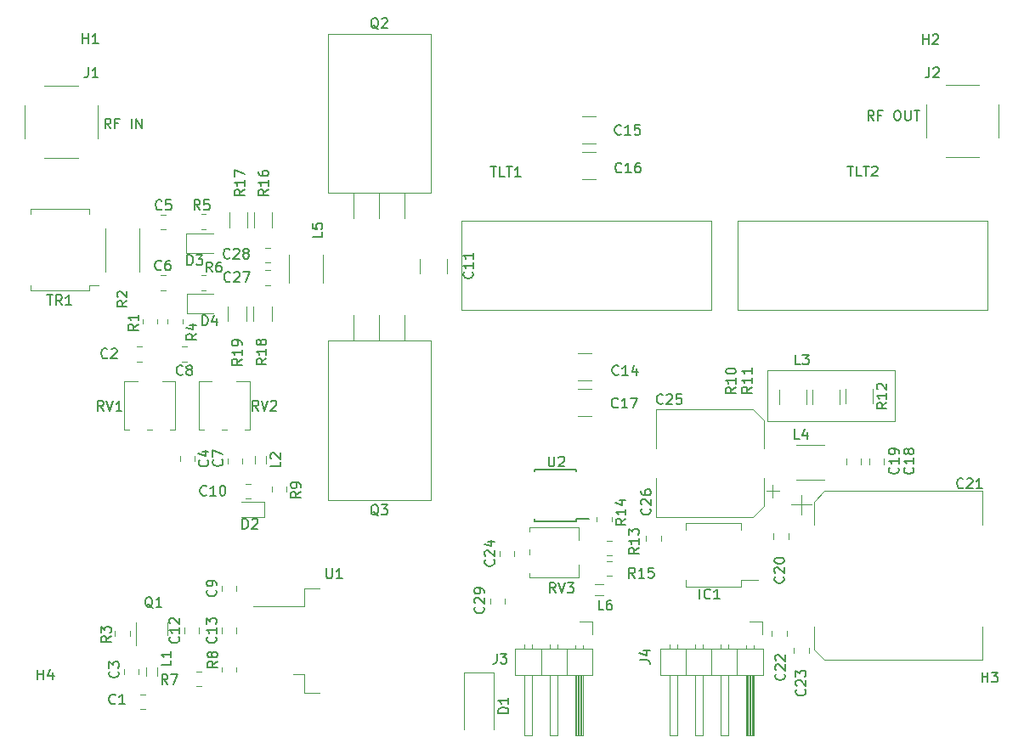
<source format=gbr>
%TF.GenerationSoftware,KiCad,Pcbnew,(6.0.1)*%
%TF.CreationDate,2022-01-26T11:25:13+01:00*%
%TF.ProjectId,MUNIN 100,4d554e49-4e20-4313-9030-2e6b69636164,0*%
%TF.SameCoordinates,Original*%
%TF.FileFunction,Legend,Top*%
%TF.FilePolarity,Positive*%
%FSLAX46Y46*%
G04 Gerber Fmt 4.6, Leading zero omitted, Abs format (unit mm)*
G04 Created by KiCad (PCBNEW (6.0.1)) date 2022-01-26 11:25:13*
%MOMM*%
%LPD*%
G01*
G04 APERTURE LIST*
%ADD10C,0.150000*%
%ADD11C,0.120000*%
G04 APERTURE END LIST*
D10*
X131871428Y-89252380D02*
X131538095Y-88776190D01*
X131300000Y-89252380D02*
X131300000Y-88252380D01*
X131680952Y-88252380D01*
X131776190Y-88300000D01*
X131823809Y-88347619D01*
X131871428Y-88442857D01*
X131871428Y-88585714D01*
X131823809Y-88680952D01*
X131776190Y-88728571D01*
X131680952Y-88776190D01*
X131300000Y-88776190D01*
X132633333Y-88728571D02*
X132300000Y-88728571D01*
X132300000Y-89252380D02*
X132300000Y-88252380D01*
X132776190Y-88252380D01*
X134109523Y-88252380D02*
X134300000Y-88252380D01*
X134395238Y-88300000D01*
X134490476Y-88395238D01*
X134538095Y-88585714D01*
X134538095Y-88919047D01*
X134490476Y-89109523D01*
X134395238Y-89204761D01*
X134300000Y-89252380D01*
X134109523Y-89252380D01*
X134014285Y-89204761D01*
X133919047Y-89109523D01*
X133871428Y-88919047D01*
X133871428Y-88585714D01*
X133919047Y-88395238D01*
X134014285Y-88300000D01*
X134109523Y-88252380D01*
X134966666Y-88252380D02*
X134966666Y-89061904D01*
X135014285Y-89157142D01*
X135061904Y-89204761D01*
X135157142Y-89252380D01*
X135347619Y-89252380D01*
X135442857Y-89204761D01*
X135490476Y-89157142D01*
X135538095Y-89061904D01*
X135538095Y-88252380D01*
X135871428Y-88252380D02*
X136442857Y-88252380D01*
X136157142Y-89252380D02*
X136157142Y-88252380D01*
X55838095Y-90052380D02*
X55504761Y-89576190D01*
X55266666Y-90052380D02*
X55266666Y-89052380D01*
X55647619Y-89052380D01*
X55742857Y-89100000D01*
X55790476Y-89147619D01*
X55838095Y-89242857D01*
X55838095Y-89385714D01*
X55790476Y-89480952D01*
X55742857Y-89528571D01*
X55647619Y-89576190D01*
X55266666Y-89576190D01*
X56600000Y-89528571D02*
X56266666Y-89528571D01*
X56266666Y-90052380D02*
X56266666Y-89052380D01*
X56742857Y-89052380D01*
X57885714Y-90052380D02*
X57885714Y-89052380D01*
X58361904Y-90052380D02*
X58361904Y-89052380D01*
X58933333Y-90052380D01*
X58933333Y-89052380D01*
%TO.C,J2*%
X137366666Y-83952380D02*
X137366666Y-84666666D01*
X137319047Y-84809523D01*
X137223809Y-84904761D01*
X137080952Y-84952380D01*
X136985714Y-84952380D01*
X137795238Y-84047619D02*
X137842857Y-84000000D01*
X137938095Y-83952380D01*
X138176190Y-83952380D01*
X138271428Y-84000000D01*
X138319047Y-84047619D01*
X138366666Y-84142857D01*
X138366666Y-84238095D01*
X138319047Y-84380952D01*
X137747619Y-84952380D01*
X138366666Y-84952380D01*
%TO.C,J1*%
X53566666Y-83952380D02*
X53566666Y-84666666D01*
X53519047Y-84809523D01*
X53423809Y-84904761D01*
X53280952Y-84952380D01*
X53185714Y-84952380D01*
X54566666Y-84952380D02*
X53995238Y-84952380D01*
X54280952Y-84952380D02*
X54280952Y-83952380D01*
X54185714Y-84095238D01*
X54090476Y-84190476D01*
X53995238Y-84238095D01*
%TO.C,Q3*%
X82504761Y-128660119D02*
X82409523Y-128612500D01*
X82314285Y-128517261D01*
X82171428Y-128374404D01*
X82076190Y-128326785D01*
X81980952Y-128326785D01*
X82028571Y-128564880D02*
X81933333Y-128517261D01*
X81838095Y-128422023D01*
X81790476Y-128231547D01*
X81790476Y-127898214D01*
X81838095Y-127707738D01*
X81933333Y-127612500D01*
X82028571Y-127564880D01*
X82219047Y-127564880D01*
X82314285Y-127612500D01*
X82409523Y-127707738D01*
X82457142Y-127898214D01*
X82457142Y-128231547D01*
X82409523Y-128422023D01*
X82314285Y-128517261D01*
X82219047Y-128564880D01*
X82028571Y-128564880D01*
X82790476Y-127564880D02*
X83409523Y-127564880D01*
X83076190Y-127945833D01*
X83219047Y-127945833D01*
X83314285Y-127993452D01*
X83361904Y-128041071D01*
X83409523Y-128136309D01*
X83409523Y-128374404D01*
X83361904Y-128469642D01*
X83314285Y-128517261D01*
X83219047Y-128564880D01*
X82933333Y-128564880D01*
X82838095Y-128517261D01*
X82790476Y-128469642D01*
%TO.C,Q2*%
X82504761Y-80135119D02*
X82409523Y-80087500D01*
X82314285Y-79992261D01*
X82171428Y-79849404D01*
X82076190Y-79801785D01*
X81980952Y-79801785D01*
X82028571Y-80039880D02*
X81933333Y-79992261D01*
X81838095Y-79897023D01*
X81790476Y-79706547D01*
X81790476Y-79373214D01*
X81838095Y-79182738D01*
X81933333Y-79087500D01*
X82028571Y-79039880D01*
X82219047Y-79039880D01*
X82314285Y-79087500D01*
X82409523Y-79182738D01*
X82457142Y-79373214D01*
X82457142Y-79706547D01*
X82409523Y-79897023D01*
X82314285Y-79992261D01*
X82219047Y-80039880D01*
X82028571Y-80039880D01*
X82838095Y-79135119D02*
X82885714Y-79087500D01*
X82980952Y-79039880D01*
X83219047Y-79039880D01*
X83314285Y-79087500D01*
X83361904Y-79135119D01*
X83409523Y-79230357D01*
X83409523Y-79325595D01*
X83361904Y-79468452D01*
X82790476Y-80039880D01*
X83409523Y-80039880D01*
%TO.C,C1*%
X56293333Y-147353942D02*
X56245714Y-147401561D01*
X56102857Y-147449180D01*
X56007619Y-147449180D01*
X55864761Y-147401561D01*
X55769523Y-147306323D01*
X55721904Y-147211085D01*
X55674285Y-147020609D01*
X55674285Y-146877752D01*
X55721904Y-146687276D01*
X55769523Y-146592038D01*
X55864761Y-146496800D01*
X56007619Y-146449180D01*
X56102857Y-146449180D01*
X56245714Y-146496800D01*
X56293333Y-146544419D01*
X57245714Y-147449180D02*
X56674285Y-147449180D01*
X56960000Y-147449180D02*
X56960000Y-146449180D01*
X56864761Y-146592038D01*
X56769523Y-146687276D01*
X56674285Y-146734895D01*
%TO.C,R1*%
X58567580Y-109564466D02*
X58091390Y-109897800D01*
X58567580Y-110135895D02*
X57567580Y-110135895D01*
X57567580Y-109754942D01*
X57615200Y-109659704D01*
X57662819Y-109612085D01*
X57758057Y-109564466D01*
X57900914Y-109564466D01*
X57996152Y-109612085D01*
X58043771Y-109659704D01*
X58091390Y-109754942D01*
X58091390Y-110135895D01*
X58567580Y-108612085D02*
X58567580Y-109183514D01*
X58567580Y-108897800D02*
X57567580Y-108897800D01*
X57710438Y-108993038D01*
X57805676Y-109088276D01*
X57853295Y-109183514D01*
%TO.C,U2*%
X99465095Y-122750380D02*
X99465095Y-123559904D01*
X99512714Y-123655142D01*
X99560333Y-123702761D01*
X99655571Y-123750380D01*
X99846047Y-123750380D01*
X99941285Y-123702761D01*
X99988904Y-123655142D01*
X100036523Y-123559904D01*
X100036523Y-122750380D01*
X100465095Y-122845619D02*
X100512714Y-122798000D01*
X100607952Y-122750380D01*
X100846047Y-122750380D01*
X100941285Y-122798000D01*
X100988904Y-122845619D01*
X101036523Y-122940857D01*
X101036523Y-123036095D01*
X100988904Y-123178952D01*
X100417476Y-123750380D01*
X101036523Y-123750380D01*
%TO.C,C8*%
X63003133Y-114559142D02*
X62955514Y-114606761D01*
X62812657Y-114654380D01*
X62717419Y-114654380D01*
X62574561Y-114606761D01*
X62479323Y-114511523D01*
X62431704Y-114416285D01*
X62384085Y-114225809D01*
X62384085Y-114082952D01*
X62431704Y-113892476D01*
X62479323Y-113797238D01*
X62574561Y-113702000D01*
X62717419Y-113654380D01*
X62812657Y-113654380D01*
X62955514Y-113702000D01*
X63003133Y-113749619D01*
X63574561Y-114082952D02*
X63479323Y-114035333D01*
X63431704Y-113987714D01*
X63384085Y-113892476D01*
X63384085Y-113844857D01*
X63431704Y-113749619D01*
X63479323Y-113702000D01*
X63574561Y-113654380D01*
X63765038Y-113654380D01*
X63860276Y-113702000D01*
X63907895Y-113749619D01*
X63955514Y-113844857D01*
X63955514Y-113892476D01*
X63907895Y-113987714D01*
X63860276Y-114035333D01*
X63765038Y-114082952D01*
X63574561Y-114082952D01*
X63479323Y-114130571D01*
X63431704Y-114178190D01*
X63384085Y-114273428D01*
X63384085Y-114463904D01*
X63431704Y-114559142D01*
X63479323Y-114606761D01*
X63574561Y-114654380D01*
X63765038Y-114654380D01*
X63860276Y-114606761D01*
X63907895Y-114559142D01*
X63955514Y-114463904D01*
X63955514Y-114273428D01*
X63907895Y-114178190D01*
X63860276Y-114130571D01*
X63765038Y-114082952D01*
%TO.C,L1*%
X61852380Y-143066666D02*
X61852380Y-143542857D01*
X60852380Y-143542857D01*
X61852380Y-142209523D02*
X61852380Y-142780952D01*
X61852380Y-142495238D02*
X60852380Y-142495238D01*
X60995238Y-142590476D01*
X61090476Y-142685714D01*
X61138095Y-142780952D01*
%TO.C,C12*%
X62577142Y-140742857D02*
X62624761Y-140790476D01*
X62672380Y-140933333D01*
X62672380Y-141028571D01*
X62624761Y-141171428D01*
X62529523Y-141266666D01*
X62434285Y-141314285D01*
X62243809Y-141361904D01*
X62100952Y-141361904D01*
X61910476Y-141314285D01*
X61815238Y-141266666D01*
X61720000Y-141171428D01*
X61672380Y-141028571D01*
X61672380Y-140933333D01*
X61720000Y-140790476D01*
X61767619Y-140742857D01*
X62672380Y-139790476D02*
X62672380Y-140361904D01*
X62672380Y-140076190D02*
X61672380Y-140076190D01*
X61815238Y-140171428D01*
X61910476Y-140266666D01*
X61958095Y-140361904D01*
X61767619Y-139409523D02*
X61720000Y-139361904D01*
X61672380Y-139266666D01*
X61672380Y-139028571D01*
X61720000Y-138933333D01*
X61767619Y-138885714D01*
X61862857Y-138838095D01*
X61958095Y-138838095D01*
X62100952Y-138885714D01*
X62672380Y-139457142D01*
X62672380Y-138838095D01*
%TO.C,L4*%
X124445733Y-121026180D02*
X123969542Y-121026180D01*
X123969542Y-120026180D01*
X125207638Y-120359514D02*
X125207638Y-121026180D01*
X124969542Y-119978561D02*
X124731447Y-120692847D01*
X125350495Y-120692847D01*
%TO.C,C14*%
X106418142Y-114555542D02*
X106370523Y-114603161D01*
X106227666Y-114650780D01*
X106132428Y-114650780D01*
X105989571Y-114603161D01*
X105894333Y-114507923D01*
X105846714Y-114412685D01*
X105799095Y-114222209D01*
X105799095Y-114079352D01*
X105846714Y-113888876D01*
X105894333Y-113793638D01*
X105989571Y-113698400D01*
X106132428Y-113650780D01*
X106227666Y-113650780D01*
X106370523Y-113698400D01*
X106418142Y-113746019D01*
X107370523Y-114650780D02*
X106799095Y-114650780D01*
X107084809Y-114650780D02*
X107084809Y-113650780D01*
X106989571Y-113793638D01*
X106894333Y-113888876D01*
X106799095Y-113936495D01*
X108227666Y-113984114D02*
X108227666Y-114650780D01*
X107989571Y-113603161D02*
X107751476Y-114317447D01*
X108370523Y-114317447D01*
%TO.C,C7*%
X66905142Y-123077266D02*
X66952761Y-123124885D01*
X67000380Y-123267742D01*
X67000380Y-123362980D01*
X66952761Y-123505838D01*
X66857523Y-123601076D01*
X66762285Y-123648695D01*
X66571809Y-123696314D01*
X66428952Y-123696314D01*
X66238476Y-123648695D01*
X66143238Y-123601076D01*
X66048000Y-123505838D01*
X66000380Y-123362980D01*
X66000380Y-123267742D01*
X66048000Y-123124885D01*
X66095619Y-123077266D01*
X66000380Y-122743933D02*
X66000380Y-122077266D01*
X67000380Y-122505838D01*
%TO.C,C26*%
X109557142Y-127942857D02*
X109604761Y-127990476D01*
X109652380Y-128133333D01*
X109652380Y-128228571D01*
X109604761Y-128371428D01*
X109509523Y-128466666D01*
X109414285Y-128514285D01*
X109223809Y-128561904D01*
X109080952Y-128561904D01*
X108890476Y-128514285D01*
X108795238Y-128466666D01*
X108700000Y-128371428D01*
X108652380Y-128228571D01*
X108652380Y-128133333D01*
X108700000Y-127990476D01*
X108747619Y-127942857D01*
X108747619Y-127561904D02*
X108700000Y-127514285D01*
X108652380Y-127419047D01*
X108652380Y-127180952D01*
X108700000Y-127085714D01*
X108747619Y-127038095D01*
X108842857Y-126990476D01*
X108938095Y-126990476D01*
X109080952Y-127038095D01*
X109652380Y-127609523D01*
X109652380Y-126990476D01*
X108652380Y-126133333D02*
X108652380Y-126323809D01*
X108700000Y-126419047D01*
X108747619Y-126466666D01*
X108890476Y-126561904D01*
X109080952Y-126609523D01*
X109461904Y-126609523D01*
X109557142Y-126561904D01*
X109604761Y-126514285D01*
X109652380Y-126419047D01*
X109652380Y-126228571D01*
X109604761Y-126133333D01*
X109557142Y-126085714D01*
X109461904Y-126038095D01*
X109223809Y-126038095D01*
X109128571Y-126085714D01*
X109080952Y-126133333D01*
X109033333Y-126228571D01*
X109033333Y-126419047D01*
X109080952Y-126514285D01*
X109128571Y-126561904D01*
X109223809Y-126609523D01*
%TO.C,C15*%
X106672142Y-90577942D02*
X106624523Y-90625561D01*
X106481666Y-90673180D01*
X106386428Y-90673180D01*
X106243571Y-90625561D01*
X106148333Y-90530323D01*
X106100714Y-90435085D01*
X106053095Y-90244609D01*
X106053095Y-90101752D01*
X106100714Y-89911276D01*
X106148333Y-89816038D01*
X106243571Y-89720800D01*
X106386428Y-89673180D01*
X106481666Y-89673180D01*
X106624523Y-89720800D01*
X106672142Y-89768419D01*
X107624523Y-90673180D02*
X107053095Y-90673180D01*
X107338809Y-90673180D02*
X107338809Y-89673180D01*
X107243571Y-89816038D01*
X107148333Y-89911276D01*
X107053095Y-89958895D01*
X108529285Y-89673180D02*
X108053095Y-89673180D01*
X108005476Y-90149371D01*
X108053095Y-90101752D01*
X108148333Y-90054133D01*
X108386428Y-90054133D01*
X108481666Y-90101752D01*
X108529285Y-90149371D01*
X108576904Y-90244609D01*
X108576904Y-90482704D01*
X108529285Y-90577942D01*
X108481666Y-90625561D01*
X108386428Y-90673180D01*
X108148333Y-90673180D01*
X108053095Y-90625561D01*
X108005476Y-90577942D01*
%TO.C,C24*%
X93987942Y-133042857D02*
X94035561Y-133090476D01*
X94083180Y-133233333D01*
X94083180Y-133328571D01*
X94035561Y-133471428D01*
X93940323Y-133566666D01*
X93845085Y-133614285D01*
X93654609Y-133661904D01*
X93511752Y-133661904D01*
X93321276Y-133614285D01*
X93226038Y-133566666D01*
X93130800Y-133471428D01*
X93083180Y-133328571D01*
X93083180Y-133233333D01*
X93130800Y-133090476D01*
X93178419Y-133042857D01*
X93178419Y-132661904D02*
X93130800Y-132614285D01*
X93083180Y-132519047D01*
X93083180Y-132280952D01*
X93130800Y-132185714D01*
X93178419Y-132138095D01*
X93273657Y-132090476D01*
X93368895Y-132090476D01*
X93511752Y-132138095D01*
X94083180Y-132709523D01*
X94083180Y-132090476D01*
X93416514Y-131233333D02*
X94083180Y-131233333D01*
X93035561Y-131471428D02*
X93749847Y-131709523D01*
X93749847Y-131090476D01*
%TO.C,C17*%
X106367342Y-117806742D02*
X106319723Y-117854361D01*
X106176866Y-117901980D01*
X106081628Y-117901980D01*
X105938771Y-117854361D01*
X105843533Y-117759123D01*
X105795914Y-117663885D01*
X105748295Y-117473409D01*
X105748295Y-117330552D01*
X105795914Y-117140076D01*
X105843533Y-117044838D01*
X105938771Y-116949600D01*
X106081628Y-116901980D01*
X106176866Y-116901980D01*
X106319723Y-116949600D01*
X106367342Y-116997219D01*
X107319723Y-117901980D02*
X106748295Y-117901980D01*
X107034009Y-117901980D02*
X107034009Y-116901980D01*
X106938771Y-117044838D01*
X106843533Y-117140076D01*
X106748295Y-117187695D01*
X107653057Y-116901980D02*
X108319723Y-116901980D01*
X107891152Y-117901980D01*
%TO.C,C19*%
X134257142Y-123842857D02*
X134304761Y-123890476D01*
X134352380Y-124033333D01*
X134352380Y-124128571D01*
X134304761Y-124271428D01*
X134209523Y-124366666D01*
X134114285Y-124414285D01*
X133923809Y-124461904D01*
X133780952Y-124461904D01*
X133590476Y-124414285D01*
X133495238Y-124366666D01*
X133400000Y-124271428D01*
X133352380Y-124128571D01*
X133352380Y-124033333D01*
X133400000Y-123890476D01*
X133447619Y-123842857D01*
X134352380Y-122890476D02*
X134352380Y-123461904D01*
X134352380Y-123176190D02*
X133352380Y-123176190D01*
X133495238Y-123271428D01*
X133590476Y-123366666D01*
X133638095Y-123461904D01*
X134352380Y-122414285D02*
X134352380Y-122223809D01*
X134304761Y-122128571D01*
X134257142Y-122080952D01*
X134114285Y-121985714D01*
X133923809Y-121938095D01*
X133542857Y-121938095D01*
X133447619Y-121985714D01*
X133400000Y-122033333D01*
X133352380Y-122128571D01*
X133352380Y-122319047D01*
X133400000Y-122414285D01*
X133447619Y-122461904D01*
X133542857Y-122509523D01*
X133780952Y-122509523D01*
X133876190Y-122461904D01*
X133923809Y-122414285D01*
X133971428Y-122319047D01*
X133971428Y-122128571D01*
X133923809Y-122033333D01*
X133876190Y-121985714D01*
X133780952Y-121938095D01*
%TO.C,R7*%
X61512333Y-145453980D02*
X61179000Y-144977790D01*
X60940904Y-145453980D02*
X60940904Y-144453980D01*
X61321857Y-144453980D01*
X61417095Y-144501600D01*
X61464714Y-144549219D01*
X61512333Y-144644457D01*
X61512333Y-144787314D01*
X61464714Y-144882552D01*
X61417095Y-144930171D01*
X61321857Y-144977790D01*
X60940904Y-144977790D01*
X61845666Y-144453980D02*
X62512333Y-144453980D01*
X62083761Y-145453980D01*
%TO.C,R4*%
X64384180Y-110504266D02*
X63907990Y-110837600D01*
X64384180Y-111075695D02*
X63384180Y-111075695D01*
X63384180Y-110694742D01*
X63431800Y-110599504D01*
X63479419Y-110551885D01*
X63574657Y-110504266D01*
X63717514Y-110504266D01*
X63812752Y-110551885D01*
X63860371Y-110599504D01*
X63907990Y-110694742D01*
X63907990Y-111075695D01*
X63717514Y-109647123D02*
X64384180Y-109647123D01*
X63336561Y-109885219D02*
X64050847Y-110123314D01*
X64050847Y-109504266D01*
%TO.C,IC1*%
X114523809Y-136952380D02*
X114523809Y-135952380D01*
X115571428Y-136857142D02*
X115523809Y-136904761D01*
X115380952Y-136952380D01*
X115285714Y-136952380D01*
X115142857Y-136904761D01*
X115047619Y-136809523D01*
X115000000Y-136714285D01*
X114952380Y-136523809D01*
X114952380Y-136380952D01*
X115000000Y-136190476D01*
X115047619Y-136095238D01*
X115142857Y-136000000D01*
X115285714Y-135952380D01*
X115380952Y-135952380D01*
X115523809Y-136000000D01*
X115571428Y-136047619D01*
X116523809Y-136952380D02*
X115952380Y-136952380D01*
X116238095Y-136952380D02*
X116238095Y-135952380D01*
X116142857Y-136095238D01*
X116047619Y-136190476D01*
X115952380Y-136238095D01*
%TO.C,R18*%
X71343780Y-112961657D02*
X70867590Y-113294990D01*
X71343780Y-113533085D02*
X70343780Y-113533085D01*
X70343780Y-113152133D01*
X70391400Y-113056895D01*
X70439019Y-113009276D01*
X70534257Y-112961657D01*
X70677114Y-112961657D01*
X70772352Y-113009276D01*
X70819971Y-113056895D01*
X70867590Y-113152133D01*
X70867590Y-113533085D01*
X71343780Y-112009276D02*
X71343780Y-112580704D01*
X71343780Y-112294990D02*
X70343780Y-112294990D01*
X70486638Y-112390228D01*
X70581876Y-112485466D01*
X70629495Y-112580704D01*
X70772352Y-111437847D02*
X70724733Y-111533085D01*
X70677114Y-111580704D01*
X70581876Y-111628323D01*
X70534257Y-111628323D01*
X70439019Y-111580704D01*
X70391400Y-111533085D01*
X70343780Y-111437847D01*
X70343780Y-111247371D01*
X70391400Y-111152133D01*
X70439019Y-111104514D01*
X70534257Y-111056895D01*
X70581876Y-111056895D01*
X70677114Y-111104514D01*
X70724733Y-111152133D01*
X70772352Y-111247371D01*
X70772352Y-111437847D01*
X70819971Y-111533085D01*
X70867590Y-111580704D01*
X70962828Y-111628323D01*
X71153304Y-111628323D01*
X71248542Y-111580704D01*
X71296161Y-111533085D01*
X71343780Y-111437847D01*
X71343780Y-111247371D01*
X71296161Y-111152133D01*
X71248542Y-111104514D01*
X71153304Y-111056895D01*
X70962828Y-111056895D01*
X70867590Y-111104514D01*
X70819971Y-111152133D01*
X70772352Y-111247371D01*
%TO.C,C25*%
X110837742Y-117425742D02*
X110790123Y-117473361D01*
X110647266Y-117520980D01*
X110552028Y-117520980D01*
X110409171Y-117473361D01*
X110313933Y-117378123D01*
X110266314Y-117282885D01*
X110218695Y-117092409D01*
X110218695Y-116949552D01*
X110266314Y-116759076D01*
X110313933Y-116663838D01*
X110409171Y-116568600D01*
X110552028Y-116520980D01*
X110647266Y-116520980D01*
X110790123Y-116568600D01*
X110837742Y-116616219D01*
X111218695Y-116616219D02*
X111266314Y-116568600D01*
X111361552Y-116520980D01*
X111599647Y-116520980D01*
X111694885Y-116568600D01*
X111742504Y-116616219D01*
X111790123Y-116711457D01*
X111790123Y-116806695D01*
X111742504Y-116949552D01*
X111171076Y-117520980D01*
X111790123Y-117520980D01*
X112694885Y-116520980D02*
X112218695Y-116520980D01*
X112171076Y-116997171D01*
X112218695Y-116949552D01*
X112313933Y-116901933D01*
X112552028Y-116901933D01*
X112647266Y-116949552D01*
X112694885Y-116997171D01*
X112742504Y-117092409D01*
X112742504Y-117330504D01*
X112694885Y-117425742D01*
X112647266Y-117473361D01*
X112552028Y-117520980D01*
X112313933Y-117520980D01*
X112218695Y-117473361D01*
X112171076Y-117425742D01*
%TO.C,TR1*%
X49487295Y-106640380D02*
X50058723Y-106640380D01*
X49773009Y-107640380D02*
X49773009Y-106640380D01*
X50963485Y-107640380D02*
X50630152Y-107164190D01*
X50392057Y-107640380D02*
X50392057Y-106640380D01*
X50773009Y-106640380D01*
X50868247Y-106688000D01*
X50915866Y-106735619D01*
X50963485Y-106830857D01*
X50963485Y-106973714D01*
X50915866Y-107068952D01*
X50868247Y-107116571D01*
X50773009Y-107164190D01*
X50392057Y-107164190D01*
X51915866Y-107640380D02*
X51344438Y-107640380D01*
X51630152Y-107640380D02*
X51630152Y-106640380D01*
X51534914Y-106783238D01*
X51439676Y-106878476D01*
X51344438Y-106926095D01*
%TO.C,D1*%
X95452380Y-148338095D02*
X94452380Y-148338095D01*
X94452380Y-148100000D01*
X94500000Y-147957142D01*
X94595238Y-147861904D01*
X94690476Y-147814285D01*
X94880952Y-147766666D01*
X95023809Y-147766666D01*
X95214285Y-147814285D01*
X95309523Y-147861904D01*
X95404761Y-147957142D01*
X95452380Y-148100000D01*
X95452380Y-148338095D01*
X95452380Y-146814285D02*
X95452380Y-147385714D01*
X95452380Y-147100000D02*
X94452380Y-147100000D01*
X94595238Y-147195238D01*
X94690476Y-147290476D01*
X94738095Y-147385714D01*
%TO.C,C11*%
X91846142Y-104356857D02*
X91893761Y-104404476D01*
X91941380Y-104547333D01*
X91941380Y-104642571D01*
X91893761Y-104785428D01*
X91798523Y-104880666D01*
X91703285Y-104928285D01*
X91512809Y-104975904D01*
X91369952Y-104975904D01*
X91179476Y-104928285D01*
X91084238Y-104880666D01*
X90989000Y-104785428D01*
X90941380Y-104642571D01*
X90941380Y-104547333D01*
X90989000Y-104404476D01*
X91036619Y-104356857D01*
X91941380Y-103404476D02*
X91941380Y-103975904D01*
X91941380Y-103690190D02*
X90941380Y-103690190D01*
X91084238Y-103785428D01*
X91179476Y-103880666D01*
X91227095Y-103975904D01*
X91941380Y-102452095D02*
X91941380Y-103023523D01*
X91941380Y-102737809D02*
X90941380Y-102737809D01*
X91084238Y-102833047D01*
X91179476Y-102928285D01*
X91227095Y-103023523D01*
%TO.C,H3*%
X142646495Y-145257780D02*
X142646495Y-144257780D01*
X142646495Y-144733971D02*
X143217923Y-144733971D01*
X143217923Y-145257780D02*
X143217923Y-144257780D01*
X143598876Y-144257780D02*
X144217923Y-144257780D01*
X143884590Y-144638733D01*
X144027447Y-144638733D01*
X144122685Y-144686352D01*
X144170304Y-144733971D01*
X144217923Y-144829209D01*
X144217923Y-145067304D01*
X144170304Y-145162542D01*
X144122685Y-145210161D01*
X144027447Y-145257780D01*
X143741733Y-145257780D01*
X143646495Y-145210161D01*
X143598876Y-145162542D01*
%TO.C,C23*%
X124994942Y-145981657D02*
X125042561Y-146029276D01*
X125090180Y-146172133D01*
X125090180Y-146267371D01*
X125042561Y-146410228D01*
X124947323Y-146505466D01*
X124852085Y-146553085D01*
X124661609Y-146600704D01*
X124518752Y-146600704D01*
X124328276Y-146553085D01*
X124233038Y-146505466D01*
X124137800Y-146410228D01*
X124090180Y-146267371D01*
X124090180Y-146172133D01*
X124137800Y-146029276D01*
X124185419Y-145981657D01*
X124185419Y-145600704D02*
X124137800Y-145553085D01*
X124090180Y-145457847D01*
X124090180Y-145219752D01*
X124137800Y-145124514D01*
X124185419Y-145076895D01*
X124280657Y-145029276D01*
X124375895Y-145029276D01*
X124518752Y-145076895D01*
X125090180Y-145648323D01*
X125090180Y-145029276D01*
X124090180Y-144695942D02*
X124090180Y-144076895D01*
X124471133Y-144410228D01*
X124471133Y-144267371D01*
X124518752Y-144172133D01*
X124566371Y-144124514D01*
X124661609Y-144076895D01*
X124899704Y-144076895D01*
X124994942Y-144124514D01*
X125042561Y-144172133D01*
X125090180Y-144267371D01*
X125090180Y-144553085D01*
X125042561Y-144648323D01*
X124994942Y-144695942D01*
%TO.C,D3*%
X63461904Y-103652380D02*
X63461904Y-102652380D01*
X63700000Y-102652380D01*
X63842857Y-102700000D01*
X63938095Y-102795238D01*
X63985714Y-102890476D01*
X64033333Y-103080952D01*
X64033333Y-103223809D01*
X63985714Y-103414285D01*
X63938095Y-103509523D01*
X63842857Y-103604761D01*
X63700000Y-103652380D01*
X63461904Y-103652380D01*
X64366666Y-102652380D02*
X64985714Y-102652380D01*
X64652380Y-103033333D01*
X64795238Y-103033333D01*
X64890476Y-103080952D01*
X64938095Y-103128571D01*
X64985714Y-103223809D01*
X64985714Y-103461904D01*
X64938095Y-103557142D01*
X64890476Y-103604761D01*
X64795238Y-103652380D01*
X64509523Y-103652380D01*
X64414285Y-103604761D01*
X64366666Y-103557142D01*
%TO.C,C9*%
X66277142Y-136066666D02*
X66324761Y-136114285D01*
X66372380Y-136257142D01*
X66372380Y-136352380D01*
X66324761Y-136495238D01*
X66229523Y-136590476D01*
X66134285Y-136638095D01*
X65943809Y-136685714D01*
X65800952Y-136685714D01*
X65610476Y-136638095D01*
X65515238Y-136590476D01*
X65420000Y-136495238D01*
X65372380Y-136352380D01*
X65372380Y-136257142D01*
X65420000Y-136114285D01*
X65467619Y-136066666D01*
X66372380Y-135590476D02*
X66372380Y-135400000D01*
X66324761Y-135304761D01*
X66277142Y-135257142D01*
X66134285Y-135161904D01*
X65943809Y-135114285D01*
X65562857Y-135114285D01*
X65467619Y-135161904D01*
X65420000Y-135209523D01*
X65372380Y-135304761D01*
X65372380Y-135495238D01*
X65420000Y-135590476D01*
X65467619Y-135638095D01*
X65562857Y-135685714D01*
X65800952Y-135685714D01*
X65896190Y-135638095D01*
X65943809Y-135590476D01*
X65991428Y-135495238D01*
X65991428Y-135304761D01*
X65943809Y-135209523D01*
X65896190Y-135161904D01*
X65800952Y-135114285D01*
%TO.C,C21*%
X140757142Y-125833142D02*
X140709523Y-125880761D01*
X140566666Y-125928380D01*
X140471428Y-125928380D01*
X140328571Y-125880761D01*
X140233333Y-125785523D01*
X140185714Y-125690285D01*
X140138095Y-125499809D01*
X140138095Y-125356952D01*
X140185714Y-125166476D01*
X140233333Y-125071238D01*
X140328571Y-124976000D01*
X140471428Y-124928380D01*
X140566666Y-124928380D01*
X140709523Y-124976000D01*
X140757142Y-125023619D01*
X141138095Y-125023619D02*
X141185714Y-124976000D01*
X141280952Y-124928380D01*
X141519047Y-124928380D01*
X141614285Y-124976000D01*
X141661904Y-125023619D01*
X141709523Y-125118857D01*
X141709523Y-125214095D01*
X141661904Y-125356952D01*
X141090476Y-125928380D01*
X141709523Y-125928380D01*
X142661904Y-125928380D02*
X142090476Y-125928380D01*
X142376190Y-125928380D02*
X142376190Y-124928380D01*
X142280952Y-125071238D01*
X142185714Y-125166476D01*
X142090476Y-125214095D01*
%TO.C,R10*%
X118105180Y-115857257D02*
X117628990Y-116190590D01*
X118105180Y-116428685D02*
X117105180Y-116428685D01*
X117105180Y-116047733D01*
X117152800Y-115952495D01*
X117200419Y-115904876D01*
X117295657Y-115857257D01*
X117438514Y-115857257D01*
X117533752Y-115904876D01*
X117581371Y-115952495D01*
X117628990Y-116047733D01*
X117628990Y-116428685D01*
X118105180Y-114904876D02*
X118105180Y-115476304D01*
X118105180Y-115190590D02*
X117105180Y-115190590D01*
X117248038Y-115285828D01*
X117343276Y-115381066D01*
X117390895Y-115476304D01*
X117105180Y-114285828D02*
X117105180Y-114190590D01*
X117152800Y-114095352D01*
X117200419Y-114047733D01*
X117295657Y-114000114D01*
X117486133Y-113952495D01*
X117724228Y-113952495D01*
X117914704Y-114000114D01*
X118009942Y-114047733D01*
X118057561Y-114095352D01*
X118105180Y-114190590D01*
X118105180Y-114285828D01*
X118057561Y-114381066D01*
X118009942Y-114428685D01*
X117914704Y-114476304D01*
X117724228Y-114523923D01*
X117486133Y-114523923D01*
X117295657Y-114476304D01*
X117200419Y-114428685D01*
X117152800Y-114381066D01*
X117105180Y-114285828D01*
%TO.C,R12*%
X133141980Y-117381257D02*
X132665790Y-117714590D01*
X133141980Y-117952685D02*
X132141980Y-117952685D01*
X132141980Y-117571733D01*
X132189600Y-117476495D01*
X132237219Y-117428876D01*
X132332457Y-117381257D01*
X132475314Y-117381257D01*
X132570552Y-117428876D01*
X132618171Y-117476495D01*
X132665790Y-117571733D01*
X132665790Y-117952685D01*
X133141980Y-116428876D02*
X133141980Y-117000304D01*
X133141980Y-116714590D02*
X132141980Y-116714590D01*
X132284838Y-116809828D01*
X132380076Y-116905066D01*
X132427695Y-117000304D01*
X132237219Y-116047923D02*
X132189600Y-116000304D01*
X132141980Y-115905066D01*
X132141980Y-115666971D01*
X132189600Y-115571733D01*
X132237219Y-115524114D01*
X132332457Y-115476495D01*
X132427695Y-115476495D01*
X132570552Y-115524114D01*
X133141980Y-116095542D01*
X133141980Y-115476495D01*
%TO.C,L5*%
X76931780Y-100344266D02*
X76931780Y-100820457D01*
X75931780Y-100820457D01*
X75931780Y-99534742D02*
X75931780Y-100010933D01*
X76407971Y-100058552D01*
X76360352Y-100010933D01*
X76312733Y-99915695D01*
X76312733Y-99677600D01*
X76360352Y-99582361D01*
X76407971Y-99534742D01*
X76503209Y-99487123D01*
X76741304Y-99487123D01*
X76836542Y-99534742D01*
X76884161Y-99582361D01*
X76931780Y-99677600D01*
X76931780Y-99915695D01*
X76884161Y-100010933D01*
X76836542Y-100058552D01*
%TO.C,C27*%
X67733942Y-105259142D02*
X67686323Y-105306761D01*
X67543466Y-105354380D01*
X67448228Y-105354380D01*
X67305371Y-105306761D01*
X67210133Y-105211523D01*
X67162514Y-105116285D01*
X67114895Y-104925809D01*
X67114895Y-104782952D01*
X67162514Y-104592476D01*
X67210133Y-104497238D01*
X67305371Y-104402000D01*
X67448228Y-104354380D01*
X67543466Y-104354380D01*
X67686323Y-104402000D01*
X67733942Y-104449619D01*
X68114895Y-104449619D02*
X68162514Y-104402000D01*
X68257752Y-104354380D01*
X68495847Y-104354380D01*
X68591085Y-104402000D01*
X68638704Y-104449619D01*
X68686323Y-104544857D01*
X68686323Y-104640095D01*
X68638704Y-104782952D01*
X68067276Y-105354380D01*
X68686323Y-105354380D01*
X69019657Y-104354380D02*
X69686323Y-104354380D01*
X69257752Y-105354380D01*
%TO.C,R16*%
X71546980Y-96121457D02*
X71070790Y-96454790D01*
X71546980Y-96692885D02*
X70546980Y-96692885D01*
X70546980Y-96311933D01*
X70594600Y-96216695D01*
X70642219Y-96169076D01*
X70737457Y-96121457D01*
X70880314Y-96121457D01*
X70975552Y-96169076D01*
X71023171Y-96216695D01*
X71070790Y-96311933D01*
X71070790Y-96692885D01*
X71546980Y-95169076D02*
X71546980Y-95740504D01*
X71546980Y-95454790D02*
X70546980Y-95454790D01*
X70689838Y-95550028D01*
X70785076Y-95645266D01*
X70832695Y-95740504D01*
X70546980Y-94311933D02*
X70546980Y-94502409D01*
X70594600Y-94597647D01*
X70642219Y-94645266D01*
X70785076Y-94740504D01*
X70975552Y-94788123D01*
X71356504Y-94788123D01*
X71451742Y-94740504D01*
X71499361Y-94692885D01*
X71546980Y-94597647D01*
X71546980Y-94407171D01*
X71499361Y-94311933D01*
X71451742Y-94264314D01*
X71356504Y-94216695D01*
X71118409Y-94216695D01*
X71023171Y-94264314D01*
X70975552Y-94311933D01*
X70927933Y-94407171D01*
X70927933Y-94597647D01*
X70975552Y-94692885D01*
X71023171Y-94740504D01*
X71118409Y-94788123D01*
%TO.C,C5*%
X60920333Y-98067342D02*
X60872714Y-98114961D01*
X60729857Y-98162580D01*
X60634619Y-98162580D01*
X60491761Y-98114961D01*
X60396523Y-98019723D01*
X60348904Y-97924485D01*
X60301285Y-97734009D01*
X60301285Y-97591152D01*
X60348904Y-97400676D01*
X60396523Y-97305438D01*
X60491761Y-97210200D01*
X60634619Y-97162580D01*
X60729857Y-97162580D01*
X60872714Y-97210200D01*
X60920333Y-97257819D01*
X61825095Y-97162580D02*
X61348904Y-97162580D01*
X61301285Y-97638771D01*
X61348904Y-97591152D01*
X61444142Y-97543533D01*
X61682238Y-97543533D01*
X61777476Y-97591152D01*
X61825095Y-97638771D01*
X61872714Y-97734009D01*
X61872714Y-97972104D01*
X61825095Y-98067342D01*
X61777476Y-98114961D01*
X61682238Y-98162580D01*
X61444142Y-98162580D01*
X61348904Y-98114961D01*
X61301285Y-98067342D01*
%TO.C,J3*%
X94292266Y-142404080D02*
X94292266Y-143118366D01*
X94244647Y-143261223D01*
X94149409Y-143356461D01*
X94006552Y-143404080D01*
X93911314Y-143404080D01*
X94673219Y-142404080D02*
X95292266Y-142404080D01*
X94958933Y-142785033D01*
X95101790Y-142785033D01*
X95197028Y-142832652D01*
X95244647Y-142880271D01*
X95292266Y-142975509D01*
X95292266Y-143213604D01*
X95244647Y-143308842D01*
X95197028Y-143356461D01*
X95101790Y-143404080D01*
X94816076Y-143404080D01*
X94720838Y-143356461D01*
X94673219Y-143308842D01*
%TO.C,RV3*%
X100141361Y-136333780D02*
X99808028Y-135857590D01*
X99569933Y-136333780D02*
X99569933Y-135333780D01*
X99950885Y-135333780D01*
X100046123Y-135381400D01*
X100093742Y-135429019D01*
X100141361Y-135524257D01*
X100141361Y-135667114D01*
X100093742Y-135762352D01*
X100046123Y-135809971D01*
X99950885Y-135857590D01*
X99569933Y-135857590D01*
X100427076Y-135333780D02*
X100760409Y-136333780D01*
X101093742Y-135333780D01*
X101331838Y-135333780D02*
X101950885Y-135333780D01*
X101617552Y-135714733D01*
X101760409Y-135714733D01*
X101855647Y-135762352D01*
X101903266Y-135809971D01*
X101950885Y-135905209D01*
X101950885Y-136143304D01*
X101903266Y-136238542D01*
X101855647Y-136286161D01*
X101760409Y-136333780D01*
X101474695Y-136333780D01*
X101379457Y-136286161D01*
X101331838Y-136238542D01*
%TO.C,RV1*%
X55132361Y-118206780D02*
X54799028Y-117730590D01*
X54560933Y-118206780D02*
X54560933Y-117206780D01*
X54941885Y-117206780D01*
X55037123Y-117254400D01*
X55084742Y-117302019D01*
X55132361Y-117397257D01*
X55132361Y-117540114D01*
X55084742Y-117635352D01*
X55037123Y-117682971D01*
X54941885Y-117730590D01*
X54560933Y-117730590D01*
X55418076Y-117206780D02*
X55751409Y-118206780D01*
X56084742Y-117206780D01*
X56941885Y-118206780D02*
X56370457Y-118206780D01*
X56656171Y-118206780D02*
X56656171Y-117206780D01*
X56560933Y-117349638D01*
X56465695Y-117444876D01*
X56370457Y-117492495D01*
%TO.C,R15*%
X108057142Y-134852380D02*
X107723809Y-134376190D01*
X107485714Y-134852380D02*
X107485714Y-133852380D01*
X107866666Y-133852380D01*
X107961904Y-133900000D01*
X108009523Y-133947619D01*
X108057142Y-134042857D01*
X108057142Y-134185714D01*
X108009523Y-134280952D01*
X107961904Y-134328571D01*
X107866666Y-134376190D01*
X107485714Y-134376190D01*
X109009523Y-134852380D02*
X108438095Y-134852380D01*
X108723809Y-134852380D02*
X108723809Y-133852380D01*
X108628571Y-133995238D01*
X108533333Y-134090476D01*
X108438095Y-134138095D01*
X109914285Y-133852380D02*
X109438095Y-133852380D01*
X109390476Y-134328571D01*
X109438095Y-134280952D01*
X109533333Y-134233333D01*
X109771428Y-134233333D01*
X109866666Y-134280952D01*
X109914285Y-134328571D01*
X109961904Y-134423809D01*
X109961904Y-134661904D01*
X109914285Y-134757142D01*
X109866666Y-134804761D01*
X109771428Y-134852380D01*
X109533333Y-134852380D01*
X109438095Y-134804761D01*
X109390476Y-134757142D01*
%TO.C,C3*%
X56557142Y-144166666D02*
X56604761Y-144214285D01*
X56652380Y-144357142D01*
X56652380Y-144452380D01*
X56604761Y-144595238D01*
X56509523Y-144690476D01*
X56414285Y-144738095D01*
X56223809Y-144785714D01*
X56080952Y-144785714D01*
X55890476Y-144738095D01*
X55795238Y-144690476D01*
X55700000Y-144595238D01*
X55652380Y-144452380D01*
X55652380Y-144357142D01*
X55700000Y-144214285D01*
X55747619Y-144166666D01*
X55652380Y-143833333D02*
X55652380Y-143214285D01*
X56033333Y-143547619D01*
X56033333Y-143404761D01*
X56080952Y-143309523D01*
X56128571Y-143261904D01*
X56223809Y-143214285D01*
X56461904Y-143214285D01*
X56557142Y-143261904D01*
X56604761Y-143309523D01*
X56652380Y-143404761D01*
X56652380Y-143690476D01*
X56604761Y-143785714D01*
X56557142Y-143833333D01*
%TO.C,H4*%
X48564895Y-144994780D02*
X48564895Y-143994780D01*
X48564895Y-144470971D02*
X49136323Y-144470971D01*
X49136323Y-144994780D02*
X49136323Y-143994780D01*
X50041085Y-144328114D02*
X50041085Y-144994780D01*
X49802990Y-143947161D02*
X49564895Y-144661447D01*
X50183942Y-144661447D01*
%TO.C,C2*%
X55510133Y-112879142D02*
X55462514Y-112926761D01*
X55319657Y-112974380D01*
X55224419Y-112974380D01*
X55081561Y-112926761D01*
X54986323Y-112831523D01*
X54938704Y-112736285D01*
X54891085Y-112545809D01*
X54891085Y-112402952D01*
X54938704Y-112212476D01*
X54986323Y-112117238D01*
X55081561Y-112022000D01*
X55224419Y-111974380D01*
X55319657Y-111974380D01*
X55462514Y-112022000D01*
X55510133Y-112069619D01*
X55891085Y-112069619D02*
X55938704Y-112022000D01*
X56033942Y-111974380D01*
X56272038Y-111974380D01*
X56367276Y-112022000D01*
X56414895Y-112069619D01*
X56462514Y-112164857D01*
X56462514Y-112260095D01*
X56414895Y-112402952D01*
X55843466Y-112974380D01*
X56462514Y-112974380D01*
%TO.C,D2*%
X68961904Y-129952380D02*
X68961904Y-128952380D01*
X69200000Y-128952380D01*
X69342857Y-129000000D01*
X69438095Y-129095238D01*
X69485714Y-129190476D01*
X69533333Y-129380952D01*
X69533333Y-129523809D01*
X69485714Y-129714285D01*
X69438095Y-129809523D01*
X69342857Y-129904761D01*
X69200000Y-129952380D01*
X68961904Y-129952380D01*
X69914285Y-129047619D02*
X69961904Y-129000000D01*
X70057142Y-128952380D01*
X70295238Y-128952380D01*
X70390476Y-129000000D01*
X70438095Y-129047619D01*
X70485714Y-129142857D01*
X70485714Y-129238095D01*
X70438095Y-129380952D01*
X69866666Y-129952380D01*
X70485714Y-129952380D01*
%TO.C,J4*%
X108538380Y-143031033D02*
X109252666Y-143031033D01*
X109395523Y-143078652D01*
X109490761Y-143173890D01*
X109538380Y-143316747D01*
X109538380Y-143411985D01*
X108871714Y-142126271D02*
X109538380Y-142126271D01*
X108490761Y-142364366D02*
X109205047Y-142602461D01*
X109205047Y-141983414D01*
%TO.C,C20*%
X122857142Y-134742857D02*
X122904761Y-134790476D01*
X122952380Y-134933333D01*
X122952380Y-135028571D01*
X122904761Y-135171428D01*
X122809523Y-135266666D01*
X122714285Y-135314285D01*
X122523809Y-135361904D01*
X122380952Y-135361904D01*
X122190476Y-135314285D01*
X122095238Y-135266666D01*
X122000000Y-135171428D01*
X121952380Y-135028571D01*
X121952380Y-134933333D01*
X122000000Y-134790476D01*
X122047619Y-134742857D01*
X122047619Y-134361904D02*
X122000000Y-134314285D01*
X121952380Y-134219047D01*
X121952380Y-133980952D01*
X122000000Y-133885714D01*
X122047619Y-133838095D01*
X122142857Y-133790476D01*
X122238095Y-133790476D01*
X122380952Y-133838095D01*
X122952380Y-134409523D01*
X122952380Y-133790476D01*
X121952380Y-133171428D02*
X121952380Y-133076190D01*
X122000000Y-132980952D01*
X122047619Y-132933333D01*
X122142857Y-132885714D01*
X122333333Y-132838095D01*
X122571428Y-132838095D01*
X122761904Y-132885714D01*
X122857142Y-132933333D01*
X122904761Y-132980952D01*
X122952380Y-133076190D01*
X122952380Y-133171428D01*
X122904761Y-133266666D01*
X122857142Y-133314285D01*
X122761904Y-133361904D01*
X122571428Y-133409523D01*
X122333333Y-133409523D01*
X122142857Y-133361904D01*
X122047619Y-133314285D01*
X122000000Y-133266666D01*
X121952380Y-133171428D01*
%TO.C,D4*%
X64946304Y-109672380D02*
X64946304Y-108672380D01*
X65184400Y-108672380D01*
X65327257Y-108720000D01*
X65422495Y-108815238D01*
X65470114Y-108910476D01*
X65517733Y-109100952D01*
X65517733Y-109243809D01*
X65470114Y-109434285D01*
X65422495Y-109529523D01*
X65327257Y-109624761D01*
X65184400Y-109672380D01*
X64946304Y-109672380D01*
X66374876Y-109005714D02*
X66374876Y-109672380D01*
X66136780Y-108624761D02*
X65898685Y-109339047D01*
X66517733Y-109339047D01*
%TO.C,TLT2*%
X129236980Y-93787980D02*
X129808409Y-93787980D01*
X129522695Y-94787980D02*
X129522695Y-93787980D01*
X130617933Y-94787980D02*
X130141742Y-94787980D01*
X130141742Y-93787980D01*
X130808409Y-93787980D02*
X131379838Y-93787980D01*
X131094123Y-94787980D02*
X131094123Y-93787980D01*
X131665552Y-93883219D02*
X131713171Y-93835600D01*
X131808409Y-93787980D01*
X132046504Y-93787980D01*
X132141742Y-93835600D01*
X132189361Y-93883219D01*
X132236980Y-93978457D01*
X132236980Y-94073695D01*
X132189361Y-94216552D01*
X131617933Y-94787980D01*
X132236980Y-94787980D01*
%TO.C,C16*%
X106722942Y-94362542D02*
X106675323Y-94410161D01*
X106532466Y-94457780D01*
X106437228Y-94457780D01*
X106294371Y-94410161D01*
X106199133Y-94314923D01*
X106151514Y-94219685D01*
X106103895Y-94029209D01*
X106103895Y-93886352D01*
X106151514Y-93695876D01*
X106199133Y-93600638D01*
X106294371Y-93505400D01*
X106437228Y-93457780D01*
X106532466Y-93457780D01*
X106675323Y-93505400D01*
X106722942Y-93553019D01*
X107675323Y-94457780D02*
X107103895Y-94457780D01*
X107389609Y-94457780D02*
X107389609Y-93457780D01*
X107294371Y-93600638D01*
X107199133Y-93695876D01*
X107103895Y-93743495D01*
X108532466Y-93457780D02*
X108341990Y-93457780D01*
X108246752Y-93505400D01*
X108199133Y-93553019D01*
X108103895Y-93695876D01*
X108056276Y-93886352D01*
X108056276Y-94267304D01*
X108103895Y-94362542D01*
X108151514Y-94410161D01*
X108246752Y-94457780D01*
X108437228Y-94457780D01*
X108532466Y-94410161D01*
X108580085Y-94362542D01*
X108627704Y-94267304D01*
X108627704Y-94029209D01*
X108580085Y-93933971D01*
X108532466Y-93886352D01*
X108437228Y-93838733D01*
X108246752Y-93838733D01*
X108151514Y-93886352D01*
X108103895Y-93933971D01*
X108056276Y-94029209D01*
%TO.C,C10*%
X65357142Y-126557142D02*
X65309523Y-126604761D01*
X65166666Y-126652380D01*
X65071428Y-126652380D01*
X64928571Y-126604761D01*
X64833333Y-126509523D01*
X64785714Y-126414285D01*
X64738095Y-126223809D01*
X64738095Y-126080952D01*
X64785714Y-125890476D01*
X64833333Y-125795238D01*
X64928571Y-125700000D01*
X65071428Y-125652380D01*
X65166666Y-125652380D01*
X65309523Y-125700000D01*
X65357142Y-125747619D01*
X66309523Y-126652380D02*
X65738095Y-126652380D01*
X66023809Y-126652380D02*
X66023809Y-125652380D01*
X65928571Y-125795238D01*
X65833333Y-125890476D01*
X65738095Y-125938095D01*
X66928571Y-125652380D02*
X67023809Y-125652380D01*
X67119047Y-125700000D01*
X67166666Y-125747619D01*
X67214285Y-125842857D01*
X67261904Y-126033333D01*
X67261904Y-126271428D01*
X67214285Y-126461904D01*
X67166666Y-126557142D01*
X67119047Y-126604761D01*
X67023809Y-126652380D01*
X66928571Y-126652380D01*
X66833333Y-126604761D01*
X66785714Y-126557142D01*
X66738095Y-126461904D01*
X66690476Y-126271428D01*
X66690476Y-126033333D01*
X66738095Y-125842857D01*
X66785714Y-125747619D01*
X66833333Y-125700000D01*
X66928571Y-125652380D01*
%TO.C,R17*%
X69159380Y-96121457D02*
X68683190Y-96454790D01*
X69159380Y-96692885D02*
X68159380Y-96692885D01*
X68159380Y-96311933D01*
X68207000Y-96216695D01*
X68254619Y-96169076D01*
X68349857Y-96121457D01*
X68492714Y-96121457D01*
X68587952Y-96169076D01*
X68635571Y-96216695D01*
X68683190Y-96311933D01*
X68683190Y-96692885D01*
X69159380Y-95169076D02*
X69159380Y-95740504D01*
X69159380Y-95454790D02*
X68159380Y-95454790D01*
X68302238Y-95550028D01*
X68397476Y-95645266D01*
X68445095Y-95740504D01*
X68159380Y-94835742D02*
X68159380Y-94169076D01*
X69159380Y-94597647D01*
%TO.C,U1*%
X77338095Y-133902380D02*
X77338095Y-134711904D01*
X77385714Y-134807142D01*
X77433333Y-134854761D01*
X77528571Y-134902380D01*
X77719047Y-134902380D01*
X77814285Y-134854761D01*
X77861904Y-134807142D01*
X77909523Y-134711904D01*
X77909523Y-133902380D01*
X78909523Y-134902380D02*
X78338095Y-134902380D01*
X78623809Y-134902380D02*
X78623809Y-133902380D01*
X78528571Y-134045238D01*
X78433333Y-134140476D01*
X78338095Y-134188095D01*
%TO.C,R6*%
X65933333Y-104352380D02*
X65600000Y-103876190D01*
X65361904Y-104352380D02*
X65361904Y-103352380D01*
X65742857Y-103352380D01*
X65838095Y-103400000D01*
X65885714Y-103447619D01*
X65933333Y-103542857D01*
X65933333Y-103685714D01*
X65885714Y-103780952D01*
X65838095Y-103828571D01*
X65742857Y-103876190D01*
X65361904Y-103876190D01*
X66790476Y-103352380D02*
X66600000Y-103352380D01*
X66504761Y-103400000D01*
X66457142Y-103447619D01*
X66361904Y-103590476D01*
X66314285Y-103780952D01*
X66314285Y-104161904D01*
X66361904Y-104257142D01*
X66409523Y-104304761D01*
X66504761Y-104352380D01*
X66695238Y-104352380D01*
X66790476Y-104304761D01*
X66838095Y-104257142D01*
X66885714Y-104161904D01*
X66885714Y-103923809D01*
X66838095Y-103828571D01*
X66790476Y-103780952D01*
X66695238Y-103733333D01*
X66504761Y-103733333D01*
X66409523Y-103780952D01*
X66361904Y-103828571D01*
X66314285Y-103923809D01*
%TO.C,Q1*%
X60004761Y-137847619D02*
X59909523Y-137800000D01*
X59814285Y-137704761D01*
X59671428Y-137561904D01*
X59576190Y-137514285D01*
X59480952Y-137514285D01*
X59528571Y-137752380D02*
X59433333Y-137704761D01*
X59338095Y-137609523D01*
X59290476Y-137419047D01*
X59290476Y-137085714D01*
X59338095Y-136895238D01*
X59433333Y-136800000D01*
X59528571Y-136752380D01*
X59719047Y-136752380D01*
X59814285Y-136800000D01*
X59909523Y-136895238D01*
X59957142Y-137085714D01*
X59957142Y-137419047D01*
X59909523Y-137609523D01*
X59814285Y-137704761D01*
X59719047Y-137752380D01*
X59528571Y-137752380D01*
X60909523Y-137752380D02*
X60338095Y-137752380D01*
X60623809Y-137752380D02*
X60623809Y-136752380D01*
X60528571Y-136895238D01*
X60433333Y-136990476D01*
X60338095Y-137038095D01*
%TO.C,L6*%
X104933333Y-138052380D02*
X104457142Y-138052380D01*
X104457142Y-137052380D01*
X105695238Y-137052380D02*
X105504761Y-137052380D01*
X105409523Y-137100000D01*
X105361904Y-137147619D01*
X105266666Y-137290476D01*
X105219047Y-137480952D01*
X105219047Y-137861904D01*
X105266666Y-137957142D01*
X105314285Y-138004761D01*
X105409523Y-138052380D01*
X105600000Y-138052380D01*
X105695238Y-138004761D01*
X105742857Y-137957142D01*
X105790476Y-137861904D01*
X105790476Y-137623809D01*
X105742857Y-137528571D01*
X105695238Y-137480952D01*
X105600000Y-137433333D01*
X105409523Y-137433333D01*
X105314285Y-137480952D01*
X105266666Y-137528571D01*
X105219047Y-137623809D01*
%TO.C,R14*%
X107152380Y-128942857D02*
X106676190Y-129276190D01*
X107152380Y-129514285D02*
X106152380Y-129514285D01*
X106152380Y-129133333D01*
X106200000Y-129038095D01*
X106247619Y-128990476D01*
X106342857Y-128942857D01*
X106485714Y-128942857D01*
X106580952Y-128990476D01*
X106628571Y-129038095D01*
X106676190Y-129133333D01*
X106676190Y-129514285D01*
X107152380Y-127990476D02*
X107152380Y-128561904D01*
X107152380Y-128276190D02*
X106152380Y-128276190D01*
X106295238Y-128371428D01*
X106390476Y-128466666D01*
X106438095Y-128561904D01*
X106485714Y-127133333D02*
X107152380Y-127133333D01*
X106104761Y-127371428D02*
X106819047Y-127609523D01*
X106819047Y-126990476D01*
%TO.C,C29*%
X92953742Y-137754557D02*
X93001361Y-137802176D01*
X93048980Y-137945033D01*
X93048980Y-138040271D01*
X93001361Y-138183128D01*
X92906123Y-138278366D01*
X92810885Y-138325985D01*
X92620409Y-138373604D01*
X92477552Y-138373604D01*
X92287076Y-138325985D01*
X92191838Y-138278366D01*
X92096600Y-138183128D01*
X92048980Y-138040271D01*
X92048980Y-137945033D01*
X92096600Y-137802176D01*
X92144219Y-137754557D01*
X92144219Y-137373604D02*
X92096600Y-137325985D01*
X92048980Y-137230747D01*
X92048980Y-136992652D01*
X92096600Y-136897414D01*
X92144219Y-136849795D01*
X92239457Y-136802176D01*
X92334695Y-136802176D01*
X92477552Y-136849795D01*
X93048980Y-137421223D01*
X93048980Y-136802176D01*
X93048980Y-136325985D02*
X93048980Y-136135509D01*
X93001361Y-136040271D01*
X92953742Y-135992652D01*
X92810885Y-135897414D01*
X92620409Y-135849795D01*
X92239457Y-135849795D01*
X92144219Y-135897414D01*
X92096600Y-135945033D01*
X92048980Y-136040271D01*
X92048980Y-136230747D01*
X92096600Y-136325985D01*
X92144219Y-136373604D01*
X92239457Y-136421223D01*
X92477552Y-136421223D01*
X92572790Y-136373604D01*
X92620409Y-136325985D01*
X92668028Y-136230747D01*
X92668028Y-136040271D01*
X92620409Y-135945033D01*
X92572790Y-135897414D01*
X92477552Y-135849795D01*
%TO.C,R9*%
X74752380Y-126266666D02*
X74276190Y-126600000D01*
X74752380Y-126838095D02*
X73752380Y-126838095D01*
X73752380Y-126457142D01*
X73800000Y-126361904D01*
X73847619Y-126314285D01*
X73942857Y-126266666D01*
X74085714Y-126266666D01*
X74180952Y-126314285D01*
X74228571Y-126361904D01*
X74276190Y-126457142D01*
X74276190Y-126838095D01*
X74752380Y-125790476D02*
X74752380Y-125600000D01*
X74704761Y-125504761D01*
X74657142Y-125457142D01*
X74514285Y-125361904D01*
X74323809Y-125314285D01*
X73942857Y-125314285D01*
X73847619Y-125361904D01*
X73800000Y-125409523D01*
X73752380Y-125504761D01*
X73752380Y-125695238D01*
X73800000Y-125790476D01*
X73847619Y-125838095D01*
X73942857Y-125885714D01*
X74180952Y-125885714D01*
X74276190Y-125838095D01*
X74323809Y-125790476D01*
X74371428Y-125695238D01*
X74371428Y-125504761D01*
X74323809Y-125409523D01*
X74276190Y-125361904D01*
X74180952Y-125314285D01*
%TO.C,C13*%
X66277142Y-140742857D02*
X66324761Y-140790476D01*
X66372380Y-140933333D01*
X66372380Y-141028571D01*
X66324761Y-141171428D01*
X66229523Y-141266666D01*
X66134285Y-141314285D01*
X65943809Y-141361904D01*
X65800952Y-141361904D01*
X65610476Y-141314285D01*
X65515238Y-141266666D01*
X65420000Y-141171428D01*
X65372380Y-141028571D01*
X65372380Y-140933333D01*
X65420000Y-140790476D01*
X65467619Y-140742857D01*
X66372380Y-139790476D02*
X66372380Y-140361904D01*
X66372380Y-140076190D02*
X65372380Y-140076190D01*
X65515238Y-140171428D01*
X65610476Y-140266666D01*
X65658095Y-140361904D01*
X65372380Y-139457142D02*
X65372380Y-138838095D01*
X65753333Y-139171428D01*
X65753333Y-139028571D01*
X65800952Y-138933333D01*
X65848571Y-138885714D01*
X65943809Y-138838095D01*
X66181904Y-138838095D01*
X66277142Y-138885714D01*
X66324761Y-138933333D01*
X66372380Y-139028571D01*
X66372380Y-139314285D01*
X66324761Y-139409523D01*
X66277142Y-139457142D01*
%TO.C,C22*%
X122937542Y-144432257D02*
X122985161Y-144479876D01*
X123032780Y-144622733D01*
X123032780Y-144717971D01*
X122985161Y-144860828D01*
X122889923Y-144956066D01*
X122794685Y-145003685D01*
X122604209Y-145051304D01*
X122461352Y-145051304D01*
X122270876Y-145003685D01*
X122175638Y-144956066D01*
X122080400Y-144860828D01*
X122032780Y-144717971D01*
X122032780Y-144622733D01*
X122080400Y-144479876D01*
X122128019Y-144432257D01*
X122128019Y-144051304D02*
X122080400Y-144003685D01*
X122032780Y-143908447D01*
X122032780Y-143670352D01*
X122080400Y-143575114D01*
X122128019Y-143527495D01*
X122223257Y-143479876D01*
X122318495Y-143479876D01*
X122461352Y-143527495D01*
X123032780Y-144098923D01*
X123032780Y-143479876D01*
X122128019Y-143098923D02*
X122080400Y-143051304D01*
X122032780Y-142956066D01*
X122032780Y-142717971D01*
X122080400Y-142622733D01*
X122128019Y-142575114D01*
X122223257Y-142527495D01*
X122318495Y-142527495D01*
X122461352Y-142575114D01*
X123032780Y-143146542D01*
X123032780Y-142527495D01*
%TO.C,R3*%
X55852380Y-140666666D02*
X55376190Y-141000000D01*
X55852380Y-141238095D02*
X54852380Y-141238095D01*
X54852380Y-140857142D01*
X54900000Y-140761904D01*
X54947619Y-140714285D01*
X55042857Y-140666666D01*
X55185714Y-140666666D01*
X55280952Y-140714285D01*
X55328571Y-140761904D01*
X55376190Y-140857142D01*
X55376190Y-141238095D01*
X54852380Y-140333333D02*
X54852380Y-139714285D01*
X55233333Y-140047619D01*
X55233333Y-139904761D01*
X55280952Y-139809523D01*
X55328571Y-139761904D01*
X55423809Y-139714285D01*
X55661904Y-139714285D01*
X55757142Y-139761904D01*
X55804761Y-139809523D01*
X55852380Y-139904761D01*
X55852380Y-140190476D01*
X55804761Y-140285714D01*
X55757142Y-140333333D01*
%TO.C,R13*%
X108452380Y-131842857D02*
X107976190Y-132176190D01*
X108452380Y-132414285D02*
X107452380Y-132414285D01*
X107452380Y-132033333D01*
X107500000Y-131938095D01*
X107547619Y-131890476D01*
X107642857Y-131842857D01*
X107785714Y-131842857D01*
X107880952Y-131890476D01*
X107928571Y-131938095D01*
X107976190Y-132033333D01*
X107976190Y-132414285D01*
X108452380Y-130890476D02*
X108452380Y-131461904D01*
X108452380Y-131176190D02*
X107452380Y-131176190D01*
X107595238Y-131271428D01*
X107690476Y-131366666D01*
X107738095Y-131461904D01*
X107452380Y-130557142D02*
X107452380Y-129938095D01*
X107833333Y-130271428D01*
X107833333Y-130128571D01*
X107880952Y-130033333D01*
X107928571Y-129985714D01*
X108023809Y-129938095D01*
X108261904Y-129938095D01*
X108357142Y-129985714D01*
X108404761Y-130033333D01*
X108452380Y-130128571D01*
X108452380Y-130414285D01*
X108404761Y-130509523D01*
X108357142Y-130557142D01*
%TO.C,R2*%
X57449980Y-107227666D02*
X56973790Y-107561000D01*
X57449980Y-107799095D02*
X56449980Y-107799095D01*
X56449980Y-107418142D01*
X56497600Y-107322904D01*
X56545219Y-107275285D01*
X56640457Y-107227666D01*
X56783314Y-107227666D01*
X56878552Y-107275285D01*
X56926171Y-107322904D01*
X56973790Y-107418142D01*
X56973790Y-107799095D01*
X56545219Y-106846714D02*
X56497600Y-106799095D01*
X56449980Y-106703857D01*
X56449980Y-106465761D01*
X56497600Y-106370523D01*
X56545219Y-106322904D01*
X56640457Y-106275285D01*
X56735695Y-106275285D01*
X56878552Y-106322904D01*
X57449980Y-106894333D01*
X57449980Y-106275285D01*
%TO.C,C6*%
X60869533Y-104087142D02*
X60821914Y-104134761D01*
X60679057Y-104182380D01*
X60583819Y-104182380D01*
X60440961Y-104134761D01*
X60345723Y-104039523D01*
X60298104Y-103944285D01*
X60250485Y-103753809D01*
X60250485Y-103610952D01*
X60298104Y-103420476D01*
X60345723Y-103325238D01*
X60440961Y-103230000D01*
X60583819Y-103182380D01*
X60679057Y-103182380D01*
X60821914Y-103230000D01*
X60869533Y-103277619D01*
X61726676Y-103182380D02*
X61536200Y-103182380D01*
X61440961Y-103230000D01*
X61393342Y-103277619D01*
X61298104Y-103420476D01*
X61250485Y-103610952D01*
X61250485Y-103991904D01*
X61298104Y-104087142D01*
X61345723Y-104134761D01*
X61440961Y-104182380D01*
X61631438Y-104182380D01*
X61726676Y-104134761D01*
X61774295Y-104087142D01*
X61821914Y-103991904D01*
X61821914Y-103753809D01*
X61774295Y-103658571D01*
X61726676Y-103610952D01*
X61631438Y-103563333D01*
X61440961Y-103563333D01*
X61345723Y-103610952D01*
X61298104Y-103658571D01*
X61250485Y-103753809D01*
%TO.C,H1*%
X53038095Y-81552380D02*
X53038095Y-80552380D01*
X53038095Y-81028571D02*
X53609523Y-81028571D01*
X53609523Y-81552380D02*
X53609523Y-80552380D01*
X54609523Y-81552380D02*
X54038095Y-81552380D01*
X54323809Y-81552380D02*
X54323809Y-80552380D01*
X54228571Y-80695238D01*
X54133333Y-80790476D01*
X54038095Y-80838095D01*
%TO.C,R19*%
X68905380Y-113037857D02*
X68429190Y-113371190D01*
X68905380Y-113609285D02*
X67905380Y-113609285D01*
X67905380Y-113228333D01*
X67953000Y-113133095D01*
X68000619Y-113085476D01*
X68095857Y-113037857D01*
X68238714Y-113037857D01*
X68333952Y-113085476D01*
X68381571Y-113133095D01*
X68429190Y-113228333D01*
X68429190Y-113609285D01*
X68905380Y-112085476D02*
X68905380Y-112656904D01*
X68905380Y-112371190D02*
X67905380Y-112371190D01*
X68048238Y-112466428D01*
X68143476Y-112561666D01*
X68191095Y-112656904D01*
X68905380Y-111609285D02*
X68905380Y-111418809D01*
X68857761Y-111323571D01*
X68810142Y-111275952D01*
X68667285Y-111180714D01*
X68476809Y-111133095D01*
X68095857Y-111133095D01*
X68000619Y-111180714D01*
X67953000Y-111228333D01*
X67905380Y-111323571D01*
X67905380Y-111514047D01*
X67953000Y-111609285D01*
X68000619Y-111656904D01*
X68095857Y-111704523D01*
X68333952Y-111704523D01*
X68429190Y-111656904D01*
X68476809Y-111609285D01*
X68524428Y-111514047D01*
X68524428Y-111323571D01*
X68476809Y-111228333D01*
X68429190Y-111180714D01*
X68333952Y-111133095D01*
%TO.C,C18*%
X135757142Y-123842857D02*
X135804761Y-123890476D01*
X135852380Y-124033333D01*
X135852380Y-124128571D01*
X135804761Y-124271428D01*
X135709523Y-124366666D01*
X135614285Y-124414285D01*
X135423809Y-124461904D01*
X135280952Y-124461904D01*
X135090476Y-124414285D01*
X134995238Y-124366666D01*
X134900000Y-124271428D01*
X134852380Y-124128571D01*
X134852380Y-124033333D01*
X134900000Y-123890476D01*
X134947619Y-123842857D01*
X135852380Y-122890476D02*
X135852380Y-123461904D01*
X135852380Y-123176190D02*
X134852380Y-123176190D01*
X134995238Y-123271428D01*
X135090476Y-123366666D01*
X135138095Y-123461904D01*
X135280952Y-122319047D02*
X135233333Y-122414285D01*
X135185714Y-122461904D01*
X135090476Y-122509523D01*
X135042857Y-122509523D01*
X134947619Y-122461904D01*
X134900000Y-122414285D01*
X134852380Y-122319047D01*
X134852380Y-122128571D01*
X134900000Y-122033333D01*
X134947619Y-121985714D01*
X135042857Y-121938095D01*
X135090476Y-121938095D01*
X135185714Y-121985714D01*
X135233333Y-122033333D01*
X135280952Y-122128571D01*
X135280952Y-122319047D01*
X135328571Y-122414285D01*
X135376190Y-122461904D01*
X135471428Y-122509523D01*
X135661904Y-122509523D01*
X135757142Y-122461904D01*
X135804761Y-122414285D01*
X135852380Y-122319047D01*
X135852380Y-122128571D01*
X135804761Y-122033333D01*
X135757142Y-121985714D01*
X135661904Y-121938095D01*
X135471428Y-121938095D01*
X135376190Y-121985714D01*
X135328571Y-122033333D01*
X135280952Y-122128571D01*
%TO.C,R8*%
X66477580Y-143176066D02*
X66001390Y-143509400D01*
X66477580Y-143747495D02*
X65477580Y-143747495D01*
X65477580Y-143366542D01*
X65525200Y-143271304D01*
X65572819Y-143223685D01*
X65668057Y-143176066D01*
X65810914Y-143176066D01*
X65906152Y-143223685D01*
X65953771Y-143271304D01*
X66001390Y-143366542D01*
X66001390Y-143747495D01*
X65906152Y-142604638D02*
X65858533Y-142699876D01*
X65810914Y-142747495D01*
X65715676Y-142795114D01*
X65668057Y-142795114D01*
X65572819Y-142747495D01*
X65525200Y-142699876D01*
X65477580Y-142604638D01*
X65477580Y-142414161D01*
X65525200Y-142318923D01*
X65572819Y-142271304D01*
X65668057Y-142223685D01*
X65715676Y-142223685D01*
X65810914Y-142271304D01*
X65858533Y-142318923D01*
X65906152Y-142414161D01*
X65906152Y-142604638D01*
X65953771Y-142699876D01*
X66001390Y-142747495D01*
X66096628Y-142795114D01*
X66287104Y-142795114D01*
X66382342Y-142747495D01*
X66429961Y-142699876D01*
X66477580Y-142604638D01*
X66477580Y-142414161D01*
X66429961Y-142318923D01*
X66382342Y-142271304D01*
X66287104Y-142223685D01*
X66096628Y-142223685D01*
X66001390Y-142271304D01*
X65953771Y-142318923D01*
X65906152Y-142414161D01*
%TO.C,L3*%
X124521933Y-113583980D02*
X124045742Y-113583980D01*
X124045742Y-112583980D01*
X124760028Y-112583980D02*
X125379076Y-112583980D01*
X125045742Y-112964933D01*
X125188600Y-112964933D01*
X125283838Y-113012552D01*
X125331457Y-113060171D01*
X125379076Y-113155409D01*
X125379076Y-113393504D01*
X125331457Y-113488742D01*
X125283838Y-113536361D01*
X125188600Y-113583980D01*
X124902885Y-113583980D01*
X124807647Y-113536361D01*
X124760028Y-113488742D01*
%TO.C,H2*%
X136738095Y-81652380D02*
X136738095Y-80652380D01*
X136738095Y-81128571D02*
X137309523Y-81128571D01*
X137309523Y-81652380D02*
X137309523Y-80652380D01*
X137738095Y-80747619D02*
X137785714Y-80700000D01*
X137880952Y-80652380D01*
X138119047Y-80652380D01*
X138214285Y-80700000D01*
X138261904Y-80747619D01*
X138309523Y-80842857D01*
X138309523Y-80938095D01*
X138261904Y-81080952D01*
X137690476Y-81652380D01*
X138309523Y-81652380D01*
%TO.C,C28*%
X67683142Y-102922342D02*
X67635523Y-102969961D01*
X67492666Y-103017580D01*
X67397428Y-103017580D01*
X67254571Y-102969961D01*
X67159333Y-102874723D01*
X67111714Y-102779485D01*
X67064095Y-102589009D01*
X67064095Y-102446152D01*
X67111714Y-102255676D01*
X67159333Y-102160438D01*
X67254571Y-102065200D01*
X67397428Y-102017580D01*
X67492666Y-102017580D01*
X67635523Y-102065200D01*
X67683142Y-102112819D01*
X68064095Y-102112819D02*
X68111714Y-102065200D01*
X68206952Y-102017580D01*
X68445047Y-102017580D01*
X68540285Y-102065200D01*
X68587904Y-102112819D01*
X68635523Y-102208057D01*
X68635523Y-102303295D01*
X68587904Y-102446152D01*
X68016476Y-103017580D01*
X68635523Y-103017580D01*
X69206952Y-102446152D02*
X69111714Y-102398533D01*
X69064095Y-102350914D01*
X69016476Y-102255676D01*
X69016476Y-102208057D01*
X69064095Y-102112819D01*
X69111714Y-102065200D01*
X69206952Y-102017580D01*
X69397428Y-102017580D01*
X69492666Y-102065200D01*
X69540285Y-102112819D01*
X69587904Y-102208057D01*
X69587904Y-102255676D01*
X69540285Y-102350914D01*
X69492666Y-102398533D01*
X69397428Y-102446152D01*
X69206952Y-102446152D01*
X69111714Y-102493771D01*
X69064095Y-102541390D01*
X69016476Y-102636628D01*
X69016476Y-102827104D01*
X69064095Y-102922342D01*
X69111714Y-102969961D01*
X69206952Y-103017580D01*
X69397428Y-103017580D01*
X69492666Y-102969961D01*
X69540285Y-102922342D01*
X69587904Y-102827104D01*
X69587904Y-102636628D01*
X69540285Y-102541390D01*
X69492666Y-102493771D01*
X69397428Y-102446152D01*
%TO.C,RV2*%
X70550161Y-118181380D02*
X70216828Y-117705190D01*
X69978733Y-118181380D02*
X69978733Y-117181380D01*
X70359685Y-117181380D01*
X70454923Y-117229000D01*
X70502542Y-117276619D01*
X70550161Y-117371857D01*
X70550161Y-117514714D01*
X70502542Y-117609952D01*
X70454923Y-117657571D01*
X70359685Y-117705190D01*
X69978733Y-117705190D01*
X70835876Y-117181380D02*
X71169209Y-118181380D01*
X71502542Y-117181380D01*
X71788257Y-117276619D02*
X71835876Y-117229000D01*
X71931114Y-117181380D01*
X72169209Y-117181380D01*
X72264447Y-117229000D01*
X72312066Y-117276619D01*
X72359685Y-117371857D01*
X72359685Y-117467095D01*
X72312066Y-117609952D01*
X71740638Y-118181380D01*
X72359685Y-118181380D01*
%TO.C,R5*%
X64733333Y-98152380D02*
X64400000Y-97676190D01*
X64161904Y-98152380D02*
X64161904Y-97152380D01*
X64542857Y-97152380D01*
X64638095Y-97200000D01*
X64685714Y-97247619D01*
X64733333Y-97342857D01*
X64733333Y-97485714D01*
X64685714Y-97580952D01*
X64638095Y-97628571D01*
X64542857Y-97676190D01*
X64161904Y-97676190D01*
X65638095Y-97152380D02*
X65161904Y-97152380D01*
X65114285Y-97628571D01*
X65161904Y-97580952D01*
X65257142Y-97533333D01*
X65495238Y-97533333D01*
X65590476Y-97580952D01*
X65638095Y-97628571D01*
X65685714Y-97723809D01*
X65685714Y-97961904D01*
X65638095Y-98057142D01*
X65590476Y-98104761D01*
X65495238Y-98152380D01*
X65257142Y-98152380D01*
X65161904Y-98104761D01*
X65114285Y-98057142D01*
%TO.C,R11*%
X119705380Y-115831857D02*
X119229190Y-116165190D01*
X119705380Y-116403285D02*
X118705380Y-116403285D01*
X118705380Y-116022333D01*
X118753000Y-115927095D01*
X118800619Y-115879476D01*
X118895857Y-115831857D01*
X119038714Y-115831857D01*
X119133952Y-115879476D01*
X119181571Y-115927095D01*
X119229190Y-116022333D01*
X119229190Y-116403285D01*
X119705380Y-114879476D02*
X119705380Y-115450904D01*
X119705380Y-115165190D02*
X118705380Y-115165190D01*
X118848238Y-115260428D01*
X118943476Y-115355666D01*
X118991095Y-115450904D01*
X119705380Y-113927095D02*
X119705380Y-114498523D01*
X119705380Y-114212809D02*
X118705380Y-114212809D01*
X118848238Y-114308047D01*
X118943476Y-114403285D01*
X118991095Y-114498523D01*
%TO.C,C4*%
X65486342Y-123102666D02*
X65533961Y-123150285D01*
X65581580Y-123293142D01*
X65581580Y-123388380D01*
X65533961Y-123531238D01*
X65438723Y-123626476D01*
X65343485Y-123674095D01*
X65153009Y-123721714D01*
X65010152Y-123721714D01*
X64819676Y-123674095D01*
X64724438Y-123626476D01*
X64629200Y-123531238D01*
X64581580Y-123388380D01*
X64581580Y-123293142D01*
X64629200Y-123150285D01*
X64676819Y-123102666D01*
X64914914Y-122245523D02*
X65581580Y-122245523D01*
X64533961Y-122483619D02*
X65248247Y-122721714D01*
X65248247Y-122102666D01*
%TO.C,L2*%
X72741380Y-123255066D02*
X72741380Y-123731257D01*
X71741380Y-123731257D01*
X71836619Y-122969352D02*
X71789000Y-122921733D01*
X71741380Y-122826495D01*
X71741380Y-122588400D01*
X71789000Y-122493161D01*
X71836619Y-122445542D01*
X71931857Y-122397923D01*
X72027095Y-122397923D01*
X72169952Y-122445542D01*
X72741380Y-123016971D01*
X72741380Y-122397923D01*
%TO.C,TLT1*%
X93676980Y-93838780D02*
X94248409Y-93838780D01*
X93962695Y-94838780D02*
X93962695Y-93838780D01*
X95057933Y-94838780D02*
X94581742Y-94838780D01*
X94581742Y-93838780D01*
X95248409Y-93838780D02*
X95819838Y-93838780D01*
X95534123Y-94838780D02*
X95534123Y-93838780D01*
X96676980Y-94838780D02*
X96105552Y-94838780D01*
X96391266Y-94838780D02*
X96391266Y-93838780D01*
X96296028Y-93981638D01*
X96200790Y-94076876D01*
X96105552Y-94124495D01*
D11*
%TO.C,J2*%
X142360000Y-85690000D02*
X139040000Y-85690000D01*
X142360000Y-92910000D02*
X139040000Y-92910000D01*
X137090000Y-87640000D02*
X137090000Y-90960000D01*
X144310000Y-87640000D02*
X144310000Y-90960000D01*
%TO.C,J1*%
X49240000Y-93010000D02*
X52560000Y-93010000D01*
X49240000Y-85790000D02*
X52560000Y-85790000D01*
X54510000Y-91060000D02*
X54510000Y-87740000D01*
X47290000Y-91060000D02*
X47290000Y-87740000D01*
%TO.C,Q3*%
X80060000Y-111222500D02*
X80060000Y-108682500D01*
X85140000Y-111222500D02*
X85140000Y-108682500D01*
X82600000Y-111222500D02*
X82600000Y-108682500D01*
X87720000Y-111222500D02*
X77480000Y-111222500D01*
X87720000Y-127112500D02*
X87720000Y-111222500D01*
X77480000Y-127112500D02*
X77480000Y-111222500D01*
X87720000Y-127112500D02*
X77480000Y-127112500D01*
%TO.C,Q2*%
X85140000Y-96477500D02*
X85140000Y-99017500D01*
X80060000Y-96477500D02*
X80060000Y-99017500D01*
X82600000Y-96477500D02*
X82600000Y-99017500D01*
X77480000Y-96477500D02*
X87720000Y-96477500D01*
X77480000Y-80587500D02*
X77480000Y-96477500D01*
X87720000Y-80587500D02*
X87720000Y-96477500D01*
X77480000Y-80587500D02*
X87720000Y-80587500D01*
%TO.C,C1*%
X59261252Y-147935000D02*
X58738748Y-147935000D01*
X59261252Y-146465000D02*
X58738748Y-146465000D01*
%TO.C,R1*%
X59031200Y-109069136D02*
X59031200Y-109523264D01*
X60501200Y-109069136D02*
X60501200Y-109523264D01*
D10*
%TO.C,U2*%
X102175000Y-124025000D02*
X102175000Y-124225000D01*
X102175000Y-129175000D02*
X98025000Y-129175000D01*
X102175000Y-124025000D02*
X98025000Y-124025000D01*
X102175000Y-129175000D02*
X102175000Y-128975000D01*
X102175000Y-128975000D02*
X103475000Y-128975000D01*
X98025000Y-129175000D02*
X98025000Y-128975000D01*
X98025000Y-124025000D02*
X98025000Y-124225000D01*
D11*
%TO.C,C8*%
X63431052Y-113257000D02*
X62908548Y-113257000D01*
X63431052Y-111787000D02*
X62908548Y-111787000D01*
%TO.C,L1*%
X59340000Y-144610242D02*
X59340000Y-143789758D01*
X60460000Y-144610242D02*
X60460000Y-143789758D01*
%TO.C,C12*%
X64635000Y-140361252D02*
X64635000Y-139838748D01*
X63165000Y-140361252D02*
X63165000Y-139838748D01*
%TO.C,L4*%
X126913052Y-125027000D02*
X124140548Y-125027000D01*
X126913052Y-121607000D02*
X124140548Y-121607000D01*
%TO.C,C14*%
X102336548Y-115177400D02*
X103759052Y-115177400D01*
X102336548Y-112457400D02*
X103759052Y-112457400D01*
%TO.C,C7*%
X67464000Y-122928748D02*
X67464000Y-123451252D01*
X68934000Y-122928748D02*
X68934000Y-123451252D01*
%TO.C,C26*%
X110635000Y-131161252D02*
X110635000Y-130638748D01*
X109165000Y-131161252D02*
X109165000Y-130638748D01*
%TO.C,C15*%
X102768348Y-91580800D02*
X104190852Y-91580800D01*
X102768348Y-88860800D02*
X104190852Y-88860800D01*
%TO.C,C24*%
X96045800Y-132661252D02*
X96045800Y-132138748D01*
X94575800Y-132661252D02*
X94575800Y-132138748D01*
%TO.C,C17*%
X102336548Y-118733400D02*
X103759052Y-118733400D01*
X102336548Y-116013400D02*
X103759052Y-116013400D01*
%TO.C,C19*%
X129135200Y-123502052D02*
X129135200Y-122979548D01*
X130605200Y-123502052D02*
X130605200Y-122979548D01*
%TO.C,R7*%
X64827064Y-145635000D02*
X64372936Y-145635000D01*
X64827064Y-144165000D02*
X64372936Y-144165000D01*
%TO.C,R4*%
X62990400Y-109069136D02*
X62990400Y-109523264D01*
X61520400Y-109069136D02*
X61520400Y-109523264D01*
%TO.C,IC1*%
X113114800Y-129352600D02*
X113114800Y-130097600D01*
X115874800Y-135772600D02*
X118634800Y-135772600D01*
X115874800Y-129352600D02*
X113114800Y-129352600D01*
X113114800Y-135772600D02*
X113114800Y-135027600D01*
X118634800Y-135027600D02*
X120324800Y-135027600D01*
X115874800Y-135772600D02*
X113114800Y-135772600D01*
X118634800Y-135772600D02*
X118634800Y-135027600D01*
X115874800Y-129352600D02*
X118634800Y-129352600D01*
X118634800Y-129352600D02*
X118634800Y-130097600D01*
%TO.C,R18*%
X70032200Y-109210464D02*
X70032200Y-107756336D01*
X71852200Y-109210464D02*
X71852200Y-107756336D01*
%TO.C,C25*%
X120914100Y-119123037D02*
X119849663Y-118058600D01*
X122404100Y-126178600D02*
X121154100Y-126178600D01*
X119849663Y-128778600D02*
X110194100Y-128778600D01*
X110194100Y-118058600D02*
X110194100Y-121908600D01*
X121779100Y-126803600D02*
X121779100Y-125553600D01*
X110194100Y-128778600D02*
X110194100Y-124928600D01*
X120914100Y-119123037D02*
X120914100Y-121908600D01*
X120914100Y-127714163D02*
X120914100Y-124928600D01*
X120914100Y-127714163D02*
X119849663Y-128778600D01*
X119849663Y-118058600D02*
X110194100Y-118058600D01*
%TO.C,TR1*%
X53721000Y-98069400D02*
X47879000Y-98069400D01*
X47879000Y-106197400D02*
X53721000Y-106197400D01*
X47879000Y-98069400D02*
X47879000Y-98577400D01*
X53721000Y-105689400D02*
X54610000Y-105689400D01*
X47879000Y-105689400D02*
X47879000Y-106197400D01*
X53721000Y-98577400D02*
X53721000Y-98069400D01*
X53721000Y-106197400D02*
X53721000Y-105689400D01*
%TO.C,D1*%
X94000000Y-150000000D02*
X94000000Y-144300000D01*
X91000000Y-144300000D02*
X91000000Y-150000000D01*
X94000000Y-144300000D02*
X91000000Y-144300000D01*
%TO.C,C11*%
X89360000Y-103088748D02*
X89360000Y-104511252D01*
X86640000Y-103088748D02*
X86640000Y-104511252D01*
%TO.C,C23*%
X125372800Y-141826348D02*
X125372800Y-142348852D01*
X123902800Y-141826348D02*
X123902800Y-142348852D01*
%TO.C,D3*%
X63339000Y-100538400D02*
X63339000Y-102458400D01*
X66024000Y-100538400D02*
X63339000Y-100538400D01*
X63339000Y-102458400D02*
X66024000Y-102458400D01*
%TO.C,C9*%
X66865000Y-136161252D02*
X66865000Y-135638748D01*
X68335000Y-136161252D02*
X68335000Y-135638748D01*
%TO.C,C21*%
X125869900Y-127274437D02*
X125869900Y-129560000D01*
X124629900Y-126560000D02*
X124629900Y-128560000D01*
X125869900Y-141965563D02*
X126934337Y-143030000D01*
X125869900Y-127274437D02*
X126934337Y-126210000D01*
X142689900Y-143030000D02*
X142689900Y-139680000D01*
X142689900Y-126210000D02*
X142689900Y-129560000D01*
X126934337Y-143030000D02*
X142689900Y-143030000D01*
X125869900Y-141965563D02*
X125869900Y-139680000D01*
X126934337Y-126210000D02*
X142689900Y-126210000D01*
X123629900Y-127560000D02*
X125629900Y-127560000D01*
%TO.C,R10*%
X122419200Y-116065463D02*
X122419200Y-117512937D01*
X125129200Y-116065463D02*
X125129200Y-117512937D01*
%TO.C,R12*%
X129023200Y-116014663D02*
X129023200Y-117462137D01*
X131733200Y-116014663D02*
X131733200Y-117462137D01*
%TO.C,L5*%
X76995600Y-102652148D02*
X76995600Y-105424652D01*
X73575600Y-102652148D02*
X73575600Y-105424652D01*
%TO.C,C27*%
X71239748Y-104167000D02*
X71762252Y-104167000D01*
X71239748Y-105637000D02*
X71762252Y-105637000D01*
%TO.C,R16*%
X70083000Y-98434536D02*
X70083000Y-99888664D01*
X71903000Y-98434536D02*
X71903000Y-99888664D01*
%TO.C,C5*%
X60825748Y-100125200D02*
X61348252Y-100125200D01*
X60825748Y-98655200D02*
X61348252Y-98655200D01*
%TO.C,J3*%
X99605000Y-150562500D02*
X99605000Y-144562500D01*
X102905000Y-144562500D02*
X102905000Y-150562500D01*
X103855000Y-141902500D02*
X96115000Y-141902500D01*
X99605000Y-141505429D02*
X99605000Y-141902500D01*
X97825000Y-150562500D02*
X97065000Y-150562500D01*
X102245000Y-144562500D02*
X102245000Y-150562500D01*
X102905000Y-141572500D02*
X102905000Y-141902500D01*
X98715000Y-141902500D02*
X98715000Y-144562500D01*
X96115000Y-141902500D02*
X96115000Y-144562500D01*
X97825000Y-144562500D02*
X97825000Y-150562500D01*
X97065000Y-141505429D02*
X97065000Y-141902500D01*
X102605000Y-144562500D02*
X102605000Y-150562500D01*
X102845000Y-144562500D02*
X102845000Y-150562500D01*
X102145000Y-141572500D02*
X102145000Y-141902500D01*
X100365000Y-144562500D02*
X100365000Y-150562500D01*
X102145000Y-150562500D02*
X102145000Y-144562500D01*
X96115000Y-144562500D02*
X103855000Y-144562500D01*
X100365000Y-150562500D02*
X99605000Y-150562500D01*
X102485000Y-144562500D02*
X102485000Y-150562500D01*
X102365000Y-144562500D02*
X102365000Y-150562500D01*
X100365000Y-141505429D02*
X100365000Y-141902500D01*
X102525000Y-139192500D02*
X103795000Y-139192500D01*
X97825000Y-141505429D02*
X97825000Y-141902500D01*
X102905000Y-150562500D02*
X102145000Y-150562500D01*
X103795000Y-139192500D02*
X103795000Y-140462500D01*
X97065000Y-150562500D02*
X97065000Y-144562500D01*
X102725000Y-144562500D02*
X102725000Y-150562500D01*
X103855000Y-144562500D02*
X103855000Y-141902500D01*
X101255000Y-141902500D02*
X101255000Y-144562500D01*
%TO.C,RV3*%
X97580000Y-130260000D02*
X97580000Y-129780000D01*
X102420000Y-131060000D02*
X102420000Y-129780000D01*
X102420000Y-134440000D02*
X102420000Y-134440000D01*
X102420000Y-134440000D02*
X102420000Y-133540000D01*
X102420000Y-134440000D02*
X102420000Y-133540000D01*
X102420000Y-134820000D02*
X102420000Y-133540000D01*
X102420000Y-129780000D02*
X97580000Y-129780000D01*
X102420000Y-134820000D02*
X97580000Y-134820000D01*
X97580000Y-134820000D02*
X97580000Y-134340000D01*
X97580000Y-132560000D02*
X97580000Y-132040000D01*
%TO.C,RV1*%
X58475400Y-115258200D02*
X57195400Y-115258200D01*
X61855400Y-115258200D02*
X60955400Y-115258200D01*
X57195400Y-115258200D02*
X57195400Y-120098200D01*
X61855400Y-115258200D02*
X61855400Y-115258200D01*
X62235400Y-115258200D02*
X60955400Y-115258200D01*
X61855400Y-115258200D02*
X60955400Y-115258200D01*
X57675400Y-120098200D02*
X57195400Y-120098200D01*
X62235400Y-115258200D02*
X62235400Y-120098200D01*
X59975400Y-120098200D02*
X59455400Y-120098200D01*
X62235400Y-120098200D02*
X61755400Y-120098200D01*
%TO.C,R15*%
X105727064Y-133165000D02*
X105272936Y-133165000D01*
X105727064Y-134635000D02*
X105272936Y-134635000D01*
%TO.C,C3*%
X57165000Y-143938748D02*
X57165000Y-144461252D01*
X58635000Y-143938748D02*
X58635000Y-144461252D01*
%TO.C,C2*%
X58412748Y-113257000D02*
X58935252Y-113257000D01*
X58412748Y-111787000D02*
X58935252Y-111787000D01*
%TO.C,D2*%
X71106400Y-127306400D02*
X68821400Y-127306400D01*
X71106400Y-128776400D02*
X71106400Y-127306400D01*
X68821400Y-128776400D02*
X71106400Y-128776400D01*
%TO.C,J4*%
X117340000Y-150562500D02*
X116580000Y-150562500D01*
X119820000Y-144562500D02*
X119820000Y-150562500D01*
X118230000Y-141902500D02*
X118230000Y-144562500D01*
X119120000Y-150562500D02*
X119120000Y-144562500D01*
X114800000Y-150562500D02*
X114040000Y-150562500D01*
X119220000Y-144562500D02*
X119220000Y-150562500D01*
X119500000Y-139192500D02*
X120770000Y-139192500D01*
X114040000Y-150562500D02*
X114040000Y-144562500D01*
X115690000Y-141902500D02*
X115690000Y-144562500D01*
X117340000Y-141505429D02*
X117340000Y-141902500D01*
X119580000Y-144562500D02*
X119580000Y-150562500D01*
X114800000Y-144562500D02*
X114800000Y-150562500D01*
X116580000Y-141505429D02*
X116580000Y-141902500D01*
X112260000Y-150562500D02*
X111500000Y-150562500D01*
X119880000Y-150562500D02*
X119120000Y-150562500D01*
X113150000Y-141902500D02*
X113150000Y-144562500D01*
X119880000Y-141572500D02*
X119880000Y-141902500D01*
X110550000Y-141902500D02*
X110550000Y-144562500D01*
X111500000Y-150562500D02*
X111500000Y-144562500D01*
X110550000Y-144562500D02*
X120830000Y-144562500D01*
X120830000Y-141902500D02*
X110550000Y-141902500D01*
X119120000Y-141572500D02*
X119120000Y-141902500D01*
X114800000Y-141505429D02*
X114800000Y-141902500D01*
X116580000Y-150562500D02*
X116580000Y-144562500D01*
X117340000Y-144562500D02*
X117340000Y-150562500D01*
X119460000Y-144562500D02*
X119460000Y-150562500D01*
X119880000Y-144562500D02*
X119880000Y-150562500D01*
X120770000Y-139192500D02*
X120770000Y-140462500D01*
X120830000Y-144562500D02*
X120830000Y-141902500D01*
X114040000Y-141505429D02*
X114040000Y-141902500D01*
X111500000Y-141505429D02*
X111500000Y-141902500D01*
X112260000Y-141505429D02*
X112260000Y-141902500D01*
X112260000Y-144562500D02*
X112260000Y-150562500D01*
X119340000Y-144562500D02*
X119340000Y-150562500D01*
X119700000Y-144562500D02*
X119700000Y-150562500D01*
%TO.C,C20*%
X123335000Y-130961252D02*
X123335000Y-130438748D01*
X121865000Y-130961252D02*
X121865000Y-130438748D01*
%TO.C,D4*%
X66074800Y-106558200D02*
X63389800Y-106558200D01*
X63389800Y-106558200D02*
X63389800Y-108478200D01*
X63389800Y-108478200D02*
X66074800Y-108478200D01*
%TO.C,TLT2*%
X118287800Y-99237800D02*
X143179800Y-99237800D01*
X143179800Y-99237800D02*
X143179800Y-108127800D01*
X143179800Y-108127800D02*
X118287800Y-108127800D01*
X118287800Y-108127800D02*
X118287800Y-99237800D01*
%TO.C,C16*%
X102768348Y-92391400D02*
X104190852Y-92391400D01*
X102768348Y-95111400D02*
X104190852Y-95111400D01*
%TO.C,C10*%
X69761252Y-125465000D02*
X69238748Y-125465000D01*
X69761252Y-126935000D02*
X69238748Y-126935000D01*
%TO.C,R17*%
X67644600Y-98434536D02*
X67644600Y-99888664D01*
X69464600Y-98434536D02*
X69464600Y-99888664D01*
%TO.C,U1*%
X76650000Y-146300000D02*
X75150000Y-146300000D01*
X76650000Y-135900000D02*
X75150000Y-135900000D01*
X75150000Y-146300000D02*
X75150000Y-144490000D01*
X75150000Y-144490000D02*
X74050000Y-144490000D01*
X75150000Y-135900000D02*
X75150000Y-137710000D01*
X75150000Y-137710000D02*
X70025000Y-137710000D01*
%TO.C,R6*%
X64847736Y-104675000D02*
X65301864Y-104675000D01*
X64847736Y-106145000D02*
X65301864Y-106145000D01*
%TO.C,Q1*%
X61460000Y-139900000D02*
X61460000Y-140550000D01*
X58340000Y-139900000D02*
X58340000Y-141575000D01*
X61460000Y-139900000D02*
X61460000Y-139250000D01*
X58340000Y-139900000D02*
X58340000Y-139250000D01*
%TO.C,L6*%
X104089758Y-135440000D02*
X104910242Y-135440000D01*
X104089758Y-136560000D02*
X104910242Y-136560000D01*
%TO.C,R14*%
X105735000Y-128772936D02*
X105735000Y-129227064D01*
X104265000Y-128772936D02*
X104265000Y-129227064D01*
%TO.C,C29*%
X93665000Y-137423752D02*
X93665000Y-136901248D01*
X95135000Y-137423752D02*
X95135000Y-136901248D01*
%TO.C,R9*%
X71865000Y-125756936D02*
X71865000Y-126211064D01*
X73335000Y-125756936D02*
X73335000Y-126211064D01*
%TO.C,C13*%
X66865000Y-140361252D02*
X66865000Y-139838748D01*
X68335000Y-140361252D02*
X68335000Y-139838748D01*
%TO.C,C22*%
X121693000Y-140124548D02*
X121693000Y-140647052D01*
X123163000Y-140124548D02*
X123163000Y-140647052D01*
%TO.C,R3*%
X57735000Y-140627064D02*
X57735000Y-140172936D01*
X56265000Y-140627064D02*
X56265000Y-140172936D01*
%TO.C,R13*%
X105272936Y-132635000D02*
X105727064Y-132635000D01*
X105272936Y-131165000D02*
X105727064Y-131165000D01*
%TO.C,R2*%
X55287600Y-100007136D02*
X55287600Y-104361264D01*
X58707600Y-100007136D02*
X58707600Y-104361264D01*
%TO.C,C6*%
X60774948Y-106145000D02*
X61297452Y-106145000D01*
X60774948Y-104675000D02*
X61297452Y-104675000D01*
%TO.C,R19*%
X67517600Y-109210464D02*
X67517600Y-107756336D01*
X69337600Y-109210464D02*
X69337600Y-107756336D01*
%TO.C,C18*%
X132865800Y-123502052D02*
X132865800Y-122979548D01*
X131395800Y-123502052D02*
X131395800Y-122979548D01*
%TO.C,R8*%
X68335000Y-143772936D02*
X68335000Y-144227064D01*
X66865000Y-143772936D02*
X66865000Y-144227064D01*
%TO.C,L3*%
X121285000Y-114147600D02*
X133985000Y-114147600D01*
X133985000Y-114147600D02*
X133985000Y-119227600D01*
X133985000Y-119227600D02*
X121285000Y-119227600D01*
X121285000Y-119227600D02*
X121285000Y-114147600D01*
%TO.C,C28*%
X71188948Y-103427200D02*
X71711452Y-103427200D01*
X71188948Y-101957200D02*
X71711452Y-101957200D01*
%TO.C,RV2*%
X69652200Y-115258200D02*
X69652200Y-120098200D01*
X65892200Y-115258200D02*
X64612200Y-115258200D01*
X65092200Y-120098200D02*
X64612200Y-120098200D01*
X69272200Y-115258200D02*
X69272200Y-115258200D01*
X64612200Y-115258200D02*
X64612200Y-120098200D01*
X69272200Y-115258200D02*
X68372200Y-115258200D01*
X67392200Y-120098200D02*
X66872200Y-120098200D01*
X69272200Y-115258200D02*
X68372200Y-115258200D01*
X69652200Y-120098200D02*
X69172200Y-120098200D01*
X69652200Y-115258200D02*
X68372200Y-115258200D01*
%TO.C,R5*%
X64847736Y-98604400D02*
X65301864Y-98604400D01*
X64847736Y-100074400D02*
X65301864Y-100074400D01*
%TO.C,R11*%
X128431200Y-116065463D02*
X128431200Y-117512937D01*
X125721200Y-116065463D02*
X125721200Y-117512937D01*
%TO.C,C4*%
X62714200Y-122674748D02*
X62714200Y-123197252D01*
X64184200Y-122674748D02*
X64184200Y-123197252D01*
%TO.C,L2*%
X70179000Y-122678158D02*
X70179000Y-123498642D01*
X71299000Y-122678158D02*
X71299000Y-123498642D01*
%TO.C,TLT1*%
X90754200Y-99237800D02*
X115646200Y-99237800D01*
X115646200Y-99237800D02*
X115646200Y-108127800D01*
X115646200Y-108127800D02*
X90754200Y-108127800D01*
X90754200Y-108127800D02*
X90754200Y-99237800D01*
%TD*%
M02*

</source>
